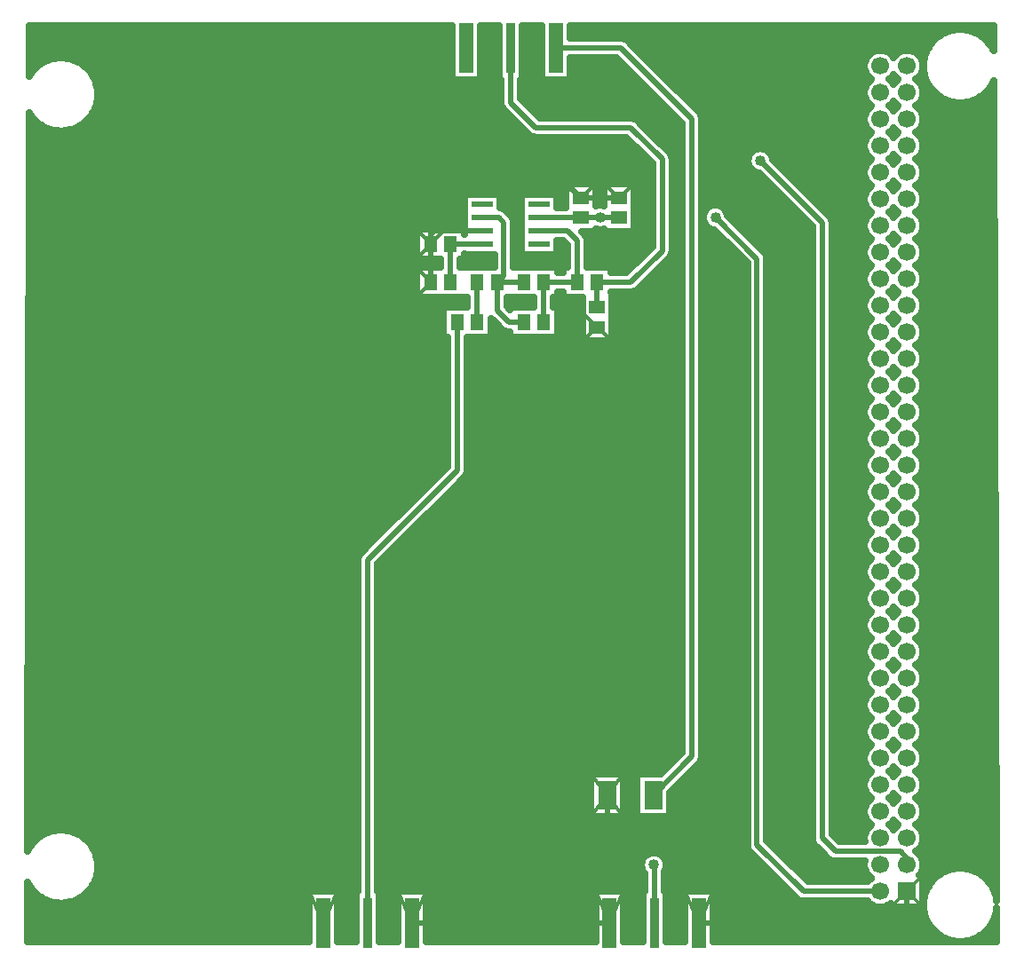
<source format=gbr>
G04 DipTrace 3.3.1.3*
G04 Top.gbr*
%MOIN*%
G04 #@! TF.FileFunction,Copper,L1,Top*
G04 #@! TF.Part,Single*
G04 #@! TA.AperFunction,Conductor*
%ADD12C,0.02*%
G04 #@! TA.AperFunction,CopperBalancing*
%ADD13C,0.025*%
%ADD14C,0.013*%
%ADD15R,0.051181X0.059055*%
%ADD16R,0.059055X0.051181*%
%ADD17R,0.05315X0.185827*%
%ADD18R,0.033858X0.185827*%
G04 #@! TA.AperFunction,ComponentPad*
%ADD19R,0.066929X0.066929*%
%ADD20C,0.066929*%
%ADD21R,0.070866X0.106299*%
%ADD22R,0.07874X0.023622*%
G04 #@! TA.AperFunction,ViaPad*
%ADD23C,0.04*%
%FSLAX26Y26*%
G04*
G70*
G90*
G75*
G01*
G04 Top*
%LPD*%
X2689014Y3176456D2*
D12*
X2545263D1*
X2389259D1*
X2389062Y3176259D1*
X3670214Y645010D2*
X3382713D1*
X3207713Y820010D1*
Y3020008D1*
X3051464Y3176259D1*
X2620214D2*
X2688817D1*
X2689014Y3176456D1*
X2645214Y1007510D2*
Y920008D1*
X2751464Y813759D1*
X3057714D1*
X3132713Y738759D1*
Y576259D1*
X3082714Y526259D1*
X2988964D1*
X2654318D2*
D3*
X2988964D2*
D3*
X1579318D2*
D3*
X1913964D2*
D3*
X2545263Y3251259D2*
X2689014D1*
X1982763Y3076259D2*
Y2932510D1*
Y3076259D2*
Y3113809D1*
X1995213Y3126259D1*
X2176464D1*
X1982763Y3076259D2*
Y3245058D1*
X2020214Y3282510D1*
X2514012D1*
X2545263Y3251259D1*
X2607763Y2763759D2*
D3*
X2545213Y3251259D2*
X2545263D1*
X1913964Y526259D2*
X2654318D1*
X3770214Y645010D2*
Y576259D1*
X3720214Y526259D1*
X3082714D1*
X2607566Y2932510D2*
Y2838759D1*
X2607763Y2838562D1*
X2607566Y2932510D2*
X2732714D1*
X2851464Y3051259D1*
Y3395008D1*
X2732713Y3513759D1*
X2376464D1*
X2282713Y3607510D1*
Y3812331D1*
X2284141Y3813759D1*
X2057566Y2932510D2*
Y3076259D1*
X2176464D1*
X3770214Y745010D2*
Y770008D1*
X3745214Y795008D1*
X3501464D1*
X3451464Y845008D1*
Y3157508D1*
X3220214Y3388759D1*
X2057714Y3082510D2*
Y3076406D1*
X2057566Y3076259D1*
X2157566Y2782510D2*
Y2932313D1*
X2157763Y2932510D1*
X2407566Y2782510D2*
Y2932510D1*
X2532763D1*
X2389062Y3126259D2*
X2495213D1*
X2532713Y3088759D1*
Y2932560D1*
X2451464Y3813759D2*
X2695213D1*
X2963964Y3545008D1*
Y1153031D1*
X2818443Y1007510D1*
X2451464Y3813759D2*
D3*
X2121315D2*
X2116818D1*
X2821641Y526259D2*
Y743582D1*
X2820214Y745008D1*
Y1001259D2*
Y1005739D1*
X2818443Y1007510D1*
X1746641Y526259D2*
Y1890187D1*
X2082713Y2226259D1*
Y2782460D1*
X2082763Y2782510D1*
X2232566Y2932510D2*
X2332763D1*
X2232566D2*
Y2826407D1*
X2276464Y2782510D1*
X2332763D1*
X2176464Y3176259D2*
X2238964D1*
X2257713Y3157510D1*
Y2957657D1*
X2232566Y2932510D1*
D23*
X3051464Y3176259D3*
X2620214D3*
X2654318Y526259D3*
X2988964D3*
X1579318D3*
X1913964D3*
X2607763Y2763759D3*
X2545213Y3251259D3*
X2607763Y2763759D3*
X3220214Y3388759D3*
X2057714Y3082510D3*
X2451464Y3813759D3*
X2121315D3*
X2820214Y745008D3*
Y1001259D3*
X478903Y3870138D2*
D13*
X2061241D1*
X2172385D2*
X2238221D1*
X2330061D2*
X2395896D1*
X2507041D2*
X3910388D1*
X4030039D2*
X4092859D1*
X478867Y3845270D2*
X2061241D1*
X2172385D2*
X2238221D1*
X2330061D2*
X2395896D1*
X2716138D2*
X3873427D1*
X4066999D2*
X4092931D1*
X478796Y3820401D2*
X2061241D1*
X2172385D2*
X2238221D1*
X2330061D2*
X2395896D1*
X2742693D2*
X3852579D1*
X478759Y3795532D2*
X2061241D1*
X2172385D2*
X2238221D1*
X2330061D2*
X2395896D1*
X2767561D2*
X3635407D1*
X3704999D2*
X3735417D1*
X3805008D2*
X3839696D1*
X478724Y3770663D2*
X553423D1*
X637008D2*
X2061241D1*
X2172385D2*
X2238221D1*
X2330061D2*
X2395896D1*
X2507041D2*
X2684190D1*
X2792428D2*
X3613519D1*
X478688Y3745794D2*
X506199D1*
X684233D2*
X2061241D1*
X2172385D2*
X2238221D1*
X2330061D2*
X2395896D1*
X2507041D2*
X2709057D1*
X2817296D2*
X3607741D1*
X708132Y3720926D2*
X2061241D1*
X2172385D2*
X2238221D1*
X2330061D2*
X2395896D1*
X2507041D2*
X2733926D1*
X2842163D2*
X3612801D1*
X722844Y3696057D2*
X2061241D1*
X2172385D2*
X2238221D1*
X2330061D2*
X2395896D1*
X2507041D2*
X2758793D1*
X2867032D2*
X3633075D1*
X3707331D2*
X3733085D1*
X3807340D2*
X3839086D1*
X731456Y3671188D2*
X2243712D1*
X2321700D2*
X2783661D1*
X2891899D2*
X3613770D1*
X3826646D2*
X3851574D1*
X735153Y3646319D2*
X2243712D1*
X2321700D2*
X2808528D1*
X2916767D2*
X3607777D1*
X3832675D2*
X3871776D1*
X4068650D2*
X4093649D1*
X734255Y3621451D2*
X2243712D1*
X2322884D2*
X2833396D1*
X2941634D2*
X3612586D1*
X3827867D2*
X3907087D1*
X4033339D2*
X4093756D1*
X728729Y3596582D2*
X2245398D1*
X2347751D2*
X2858264D1*
X2966503D2*
X3632357D1*
X3708086D2*
X3732367D1*
X3808095D2*
X4093829D1*
X717928Y3571713D2*
X2264381D1*
X2372620D2*
X2883132D1*
X2991371D2*
X3614020D1*
X3826396D2*
X4093936D1*
X478329Y3546844D2*
X490267D1*
X700165D2*
X2289249D1*
X2750624D2*
X2907999D1*
X3002924D2*
X3607777D1*
X3832640D2*
X4094007D1*
X478258Y3521976D2*
X519871D1*
X670561D2*
X2314116D1*
X2778613D2*
X2924973D1*
X3002961D2*
X3612334D1*
X3828082D2*
X4094115D1*
X478221Y3497107D2*
X2338983D1*
X2803481D2*
X2924973D1*
X3002961D2*
X3631640D1*
X3708767D2*
X3731649D1*
X3808776D2*
X4094187D1*
X478186Y3472238D2*
X2720109D1*
X2828348D2*
X2924973D1*
X3002961D2*
X3614272D1*
X3826144D2*
X4094294D1*
X478150Y3447369D2*
X2744977D1*
X2853216D2*
X2924973D1*
X3002961D2*
X3607813D1*
X3832640D2*
X4094367D1*
X478078Y3422501D2*
X2769846D1*
X2878085D2*
X2924973D1*
X3002961D2*
X3185707D1*
X3254725D2*
X3612119D1*
X3828297D2*
X4094474D1*
X478043Y3397632D2*
X2794713D1*
X2890356D2*
X2924973D1*
X3002961D2*
X3172071D1*
X3268360D2*
X3630959D1*
X3709485D2*
X3730968D1*
X3809459D2*
X4094545D1*
X478006Y3372763D2*
X2812476D1*
X2890464D2*
X2924973D1*
X3002961D2*
X3174045D1*
X3290322D2*
X3614558D1*
X3825857D2*
X4094654D1*
X477970Y3347894D2*
X2812476D1*
X2890464D2*
X2924973D1*
X3002961D2*
X3195540D1*
X3315190D2*
X3607813D1*
X3832603D2*
X4094725D1*
X477898Y3323025D2*
X2812476D1*
X2890464D2*
X2924973D1*
X3002961D2*
X3231818D1*
X3340057D2*
X3611939D1*
X3828512D2*
X4094833D1*
X477863Y3298157D2*
X2486718D1*
X2603785D2*
X2630470D1*
X2747537D2*
X2812476D1*
X2890464D2*
X2924973D1*
X3002961D2*
X3256686D1*
X3364924D2*
X3630276D1*
X3710130D2*
X3730285D1*
X3810140D2*
X4094905D1*
X477826Y3273288D2*
X2486718D1*
X2603785D2*
X2630470D1*
X2747537D2*
X2812476D1*
X2890464D2*
X2924973D1*
X3002961D2*
X3281553D1*
X3389792D2*
X3614846D1*
X3825606D2*
X4095012D1*
X477791Y3248419D2*
X2108106D1*
X2244835D2*
X2320683D1*
X2457449D2*
X2486718D1*
X2603785D2*
X2630470D1*
X2747537D2*
X2812476D1*
X2890464D2*
X2924973D1*
X3002961D2*
X3306422D1*
X3414661D2*
X3607848D1*
X3832567D2*
X4095085D1*
X477718Y3223550D2*
X2108106D1*
X2244835D2*
X2320683D1*
X2457449D2*
X2486718D1*
X2603785D2*
X2630470D1*
X2747537D2*
X2812476D1*
X2890464D2*
X2924973D1*
X3002961D2*
X3331289D1*
X3439528D2*
X3611724D1*
X3828692D2*
X4095192D1*
X477683Y3198682D2*
X2108106D1*
X2270672D2*
X2320683D1*
X2747537D2*
X2812476D1*
X2890464D2*
X2924973D1*
X3094717D2*
X3356157D1*
X3464396D2*
X3629630D1*
X3710776D2*
X3729640D1*
X3810785D2*
X4095263D1*
X477648Y3173813D2*
X2108106D1*
X2292885D2*
X2320683D1*
X2747537D2*
X2812476D1*
X2890464D2*
X2924973D1*
X3108029D2*
X3381024D1*
X3486608D2*
X3615133D1*
X3825319D2*
X4095371D1*
X477611Y3148944D2*
X2108106D1*
X2296724D2*
X2320683D1*
X2747537D2*
X2812476D1*
X2890464D2*
X2924973D1*
X3002961D2*
X3011350D1*
X3132898D2*
X3405893D1*
X3490448D2*
X3607885D1*
X3832567D2*
X4095443D1*
X477540Y3124075D2*
X1928182D1*
X2296724D2*
X2320683D1*
X2551502D2*
X2812476D1*
X2890464D2*
X2924973D1*
X3002961D2*
X3049527D1*
X3157766D2*
X3412459D1*
X3490448D2*
X3611508D1*
X3828907D2*
X4095550D1*
X477503Y3099207D2*
X1928182D1*
X2296724D2*
X2320683D1*
X2570197D2*
X2812476D1*
X2890464D2*
X2924973D1*
X3002961D2*
X3074394D1*
X3182633D2*
X3412459D1*
X3490448D2*
X3629020D1*
X3711422D2*
X3729029D1*
X3811432D2*
X4095623D1*
X477468Y3074338D2*
X1928182D1*
X2296724D2*
X2320683D1*
X2457449D2*
X2492999D1*
X2571705D2*
X2812476D1*
X2890464D2*
X2924973D1*
X3002961D2*
X3099262D1*
X3207501D2*
X3412459D1*
X3490448D2*
X3615420D1*
X3825032D2*
X4095730D1*
X477432Y3049469D2*
X1928182D1*
X2296724D2*
X2320683D1*
X2457449D2*
X2493716D1*
X2571705D2*
X2795539D1*
X2890428D2*
X2924973D1*
X3002961D2*
X3124129D1*
X3232368D2*
X3412459D1*
X3490448D2*
X3607920D1*
X3832495D2*
X4095802D1*
X477360Y3024600D2*
X1928182D1*
X2112172D2*
X2218700D1*
X2296724D2*
X2493716D1*
X2571705D2*
X2770671D1*
X2878909D2*
X2924973D1*
X3002961D2*
X3148998D1*
X3246435D2*
X3412459D1*
X3490448D2*
X3611330D1*
X3829087D2*
X4095910D1*
X477325Y2999731D2*
X2018574D1*
X2096562D2*
X2218700D1*
X2296724D2*
X2493716D1*
X2571705D2*
X2745802D1*
X2854041D2*
X2924973D1*
X3002961D2*
X3168697D1*
X3246722D2*
X3412459D1*
X3490448D2*
X3628410D1*
X3712032D2*
X3728384D1*
X3812041D2*
X4095981D1*
X477288Y2974863D2*
X1928182D1*
X2462150D2*
X2478179D1*
X2662169D2*
X2720935D1*
X2829174D2*
X2924973D1*
X3002961D2*
X3168697D1*
X3246722D2*
X3412459D1*
X3490448D2*
X3615707D1*
X3824709D2*
X4096088D1*
X477217Y2949994D2*
X1928182D1*
X2804306D2*
X2924973D1*
X3002961D2*
X3168697D1*
X3246722D2*
X3412459D1*
X3490448D2*
X3607956D1*
X3832460D2*
X4096161D1*
X477180Y2925125D2*
X1928182D1*
X2779439D2*
X2924973D1*
X3002961D2*
X3168697D1*
X3246722D2*
X3412459D1*
X3490448D2*
X3611150D1*
X3829302D2*
X4096268D1*
X477145Y2900256D2*
X1928182D1*
X2752310D2*
X2924973D1*
X3002961D2*
X3168697D1*
X3246722D2*
X3412459D1*
X3490448D2*
X3627800D1*
X3712642D2*
X3727809D1*
X3812616D2*
X4096340D1*
X477109Y2875388D2*
X2118583D1*
X2271570D2*
X2368552D1*
X2446577D2*
X2549229D1*
X2666296D2*
X2924973D1*
X3002961D2*
X3168697D1*
X3246722D2*
X3412459D1*
X3490448D2*
X3616031D1*
X3824422D2*
X4096448D1*
X477037Y2850519D2*
X2118583D1*
X2271570D2*
X2368552D1*
X2446577D2*
X2549229D1*
X2666296D2*
X2924973D1*
X3002961D2*
X3168697D1*
X3246722D2*
X3412459D1*
X3490448D2*
X3607993D1*
X3832424D2*
X4096519D1*
X477002Y2825650D2*
X2028155D1*
X2462150D2*
X2549229D1*
X2666296D2*
X2924973D1*
X3002961D2*
X3168697D1*
X3246722D2*
X3412459D1*
X3490448D2*
X3610970D1*
X3829481D2*
X4096627D1*
X476965Y2800781D2*
X2028155D1*
X2462150D2*
X2549229D1*
X2666296D2*
X2924973D1*
X3002961D2*
X3168697D1*
X3246722D2*
X3412459D1*
X3490448D2*
X3627226D1*
X3713217D2*
X3727235D1*
X3813190D2*
X4096699D1*
X476930Y2775913D2*
X2028155D1*
X2212145D2*
X2228927D1*
X2462150D2*
X2549229D1*
X2666296D2*
X2924973D1*
X3002961D2*
X3168697D1*
X3246722D2*
X3412459D1*
X3490448D2*
X3616317D1*
X3824099D2*
X4096806D1*
X476857Y2751044D2*
X2028155D1*
X2212145D2*
X2255481D1*
X2462150D2*
X2549229D1*
X2666296D2*
X2924973D1*
X3002961D2*
X3168697D1*
X3246722D2*
X3412459D1*
X3490448D2*
X3608064D1*
X3832388D2*
X4096878D1*
X476822Y2726175D2*
X2043729D1*
X2121717D2*
X2549229D1*
X2666296D2*
X2924973D1*
X3002961D2*
X3168697D1*
X3246722D2*
X3412459D1*
X3490448D2*
X3610791D1*
X3829661D2*
X4096986D1*
X476787Y2701306D2*
X2043729D1*
X2121717D2*
X2924973D1*
X3002961D2*
X3168697D1*
X3246722D2*
X3412459D1*
X3490448D2*
X3626651D1*
X3713755D2*
X3726661D1*
X3813764D2*
X4097058D1*
X476750Y2676438D2*
X2043729D1*
X2121717D2*
X2924973D1*
X3002961D2*
X3168697D1*
X3246722D2*
X3412459D1*
X3490448D2*
X3616640D1*
X3823776D2*
X4097166D1*
X476678Y2651569D2*
X2043729D1*
X2121717D2*
X2924973D1*
X3002961D2*
X3168697D1*
X3246722D2*
X3412459D1*
X3490448D2*
X3608100D1*
X3832317D2*
X4097237D1*
X476642Y2626700D2*
X2043729D1*
X2121717D2*
X2924973D1*
X3002961D2*
X3168697D1*
X3246722D2*
X3412459D1*
X3490448D2*
X3610612D1*
X3829805D2*
X4097344D1*
X476607Y2601831D2*
X2043729D1*
X2121717D2*
X2924973D1*
X3002961D2*
X3168697D1*
X3246722D2*
X3412459D1*
X3490448D2*
X3626113D1*
X3714329D2*
X3726087D1*
X3814338D2*
X4097417D1*
X476570Y2576962D2*
X2043729D1*
X2121717D2*
X2924973D1*
X3002961D2*
X3168697D1*
X3246722D2*
X3412459D1*
X3490448D2*
X3616964D1*
X3823453D2*
X4097524D1*
X476499Y2552094D2*
X2043729D1*
X2121717D2*
X2924973D1*
X3002961D2*
X3168697D1*
X3246722D2*
X3412459D1*
X3490448D2*
X3608171D1*
X3832245D2*
X4097596D1*
X476462Y2527225D2*
X2043729D1*
X2121717D2*
X2924973D1*
X3002961D2*
X3168697D1*
X3246722D2*
X3412459D1*
X3490448D2*
X3610432D1*
X3829983D2*
X4097704D1*
X476427Y2502356D2*
X2043729D1*
X2121717D2*
X2924973D1*
X3002961D2*
X3168697D1*
X3246722D2*
X3412459D1*
X3490448D2*
X3625575D1*
X3714867D2*
X3725585D1*
X3814877D2*
X4097775D1*
X476392Y2477487D2*
X2043729D1*
X2121717D2*
X2924973D1*
X3002961D2*
X3168697D1*
X3246722D2*
X3412459D1*
X3490448D2*
X3617322D1*
X3823130D2*
X4097882D1*
X476319Y2452619D2*
X2043729D1*
X2121717D2*
X2924973D1*
X3002961D2*
X3168697D1*
X3246722D2*
X3412459D1*
X3490448D2*
X3608243D1*
X3832209D2*
X4097955D1*
X476284Y2427750D2*
X2043729D1*
X2121717D2*
X2924973D1*
X3002961D2*
X3168697D1*
X3246722D2*
X3412459D1*
X3490448D2*
X3610289D1*
X3830128D2*
X4098062D1*
X476247Y2402881D2*
X2043729D1*
X2121717D2*
X2924973D1*
X3002961D2*
X3168697D1*
X3246722D2*
X3412459D1*
X3490448D2*
X3625037D1*
X3715369D2*
X3725046D1*
X3815378D2*
X4098134D1*
X476212Y2378012D2*
X2043729D1*
X2121717D2*
X2924973D1*
X3002961D2*
X3168697D1*
X3246722D2*
X3412459D1*
X3490448D2*
X3617645D1*
X3822771D2*
X4098242D1*
X476140Y2353144D2*
X2043729D1*
X2121717D2*
X2924973D1*
X3002961D2*
X3168697D1*
X3246722D2*
X3412459D1*
X3490448D2*
X3608315D1*
X3832137D2*
X4098314D1*
X476104Y2328275D2*
X2043729D1*
X2121717D2*
X2924973D1*
X3002961D2*
X3168697D1*
X3246722D2*
X3412459D1*
X3490448D2*
X3610145D1*
X3830306D2*
X4098422D1*
X476069Y2303406D2*
X2043729D1*
X2121717D2*
X2924973D1*
X3002961D2*
X3168697D1*
X3246722D2*
X3412459D1*
X3490448D2*
X3624535D1*
X3715907D2*
X3724553D1*
X3815881D2*
X4098493D1*
X476032Y2278537D2*
X2043729D1*
X2121717D2*
X2924973D1*
X3002961D2*
X3168697D1*
X3246722D2*
X3412459D1*
X3490448D2*
X3618003D1*
X3822413D2*
X4098600D1*
X475961Y2253669D2*
X2043729D1*
X2121717D2*
X2924973D1*
X3002961D2*
X3168697D1*
X3246722D2*
X3412459D1*
X3490448D2*
X3608386D1*
X3832065D2*
X4098672D1*
X475924Y2228800D2*
X2031133D1*
X2121717D2*
X2924973D1*
X3002961D2*
X3168697D1*
X3246722D2*
X3412459D1*
X3490448D2*
X3609965D1*
X3830451D2*
X4098780D1*
X475889Y2203931D2*
X2006266D1*
X2114074D2*
X2924973D1*
X3002961D2*
X3168697D1*
X3246722D2*
X3412459D1*
X3490448D2*
X3624032D1*
X3716410D2*
X3724061D1*
X3816384D2*
X4098852D1*
X475854Y2179062D2*
X1981398D1*
X2089637D2*
X2924973D1*
X3002961D2*
X3168697D1*
X3246722D2*
X3412459D1*
X3490448D2*
X3618363D1*
X3822090D2*
X4098960D1*
X475781Y2154193D2*
X1956531D1*
X2064768D2*
X2924973D1*
X3002961D2*
X3168697D1*
X3246722D2*
X3412459D1*
X3490448D2*
X3608459D1*
X3831957D2*
X4099031D1*
X475746Y2129325D2*
X1931662D1*
X2039901D2*
X2924973D1*
X3002961D2*
X3168697D1*
X3246722D2*
X3412459D1*
X3490448D2*
X3609822D1*
X3830594D2*
X4099138D1*
X475709Y2104456D2*
X1906794D1*
X2015033D2*
X2924973D1*
X3002961D2*
X3168697D1*
X3246722D2*
X3412459D1*
X3490448D2*
X3623529D1*
X3816886D2*
X4099210D1*
X475674Y2079587D2*
X1881927D1*
X1990166D2*
X2924973D1*
X3002961D2*
X3168697D1*
X3246722D2*
X3412459D1*
X3490448D2*
X3618721D1*
X3821695D2*
X4099318D1*
X475602Y2054718D2*
X1857060D1*
X1965298D2*
X2924973D1*
X3002961D2*
X3168697D1*
X3246722D2*
X3412459D1*
X3490448D2*
X3608531D1*
X3831885D2*
X4099390D1*
X475566Y2029850D2*
X1832191D1*
X1940430D2*
X2924973D1*
X3002961D2*
X3168697D1*
X3246722D2*
X3412459D1*
X3490448D2*
X3609714D1*
X3830737D2*
X4099498D1*
X475529Y2004981D2*
X1807323D1*
X1915562D2*
X2924973D1*
X3002961D2*
X3168697D1*
X3246722D2*
X3412459D1*
X3490448D2*
X3623064D1*
X3817352D2*
X4099570D1*
X475494Y1980112D2*
X1782456D1*
X1890695D2*
X2924973D1*
X3002961D2*
X3168697D1*
X3246722D2*
X3412459D1*
X3490448D2*
X3619081D1*
X3821335D2*
X4099678D1*
X475422Y1955243D2*
X1757588D1*
X1865827D2*
X2924973D1*
X3002961D2*
X3168697D1*
X3246722D2*
X3412459D1*
X3490448D2*
X3608638D1*
X3831814D2*
X4099749D1*
X475386Y1930375D2*
X1732721D1*
X1840960D2*
X2924973D1*
X3002961D2*
X3168697D1*
X3246722D2*
X3412459D1*
X3490448D2*
X3609571D1*
X3830881D2*
X4099856D1*
X475351Y1905506D2*
X1711011D1*
X1816091D2*
X2924973D1*
X3002961D2*
X3168697D1*
X3246722D2*
X3412459D1*
X3490448D2*
X3622596D1*
X3817819D2*
X4099928D1*
X475314Y1880637D2*
X1707637D1*
X1791224D2*
X2924973D1*
X3002961D2*
X3168697D1*
X3246722D2*
X3412459D1*
X3490448D2*
X3619476D1*
X3820941D2*
X4100036D1*
X475243Y1855768D2*
X1707637D1*
X1785625D2*
X2924973D1*
X3002961D2*
X3168697D1*
X3246722D2*
X3412459D1*
X3490448D2*
X3608709D1*
X3831707D2*
X4100108D1*
X475207Y1830899D2*
X1707637D1*
X1785625D2*
X2924973D1*
X3002961D2*
X3168697D1*
X3246722D2*
X3412459D1*
X3490448D2*
X3609427D1*
X3830989D2*
X4100216D1*
X475171Y1806031D2*
X1707637D1*
X1785625D2*
X2924973D1*
X3002961D2*
X3168697D1*
X3246722D2*
X3412459D1*
X3490448D2*
X3622130D1*
X3818285D2*
X4100287D1*
X475136Y1781162D2*
X1707637D1*
X1785625D2*
X2924973D1*
X3002961D2*
X3168697D1*
X3246722D2*
X3412459D1*
X3490448D2*
X3619869D1*
X3820546D2*
X4100396D1*
X475064Y1756293D2*
X1707637D1*
X1785625D2*
X2924973D1*
X3002961D2*
X3168697D1*
X3246722D2*
X3412459D1*
X3490448D2*
X3608817D1*
X3831599D2*
X4100466D1*
X475028Y1731424D2*
X1707637D1*
X1785625D2*
X2924973D1*
X3002961D2*
X3168697D1*
X3246722D2*
X3412459D1*
X3490448D2*
X3609319D1*
X3831132D2*
X4100574D1*
X474991Y1706556D2*
X1707637D1*
X1785625D2*
X2924973D1*
X3002961D2*
X3168697D1*
X3246722D2*
X3412459D1*
X3490448D2*
X3621700D1*
X3818716D2*
X4100646D1*
X474956Y1681687D2*
X1707637D1*
X1785625D2*
X2924973D1*
X3002961D2*
X3168697D1*
X3246722D2*
X3412459D1*
X3490448D2*
X3620264D1*
X3820151D2*
X4100754D1*
X474884Y1656818D2*
X1707637D1*
X1785625D2*
X2924973D1*
X3002961D2*
X3168697D1*
X3246722D2*
X3412459D1*
X3490448D2*
X3608926D1*
X3831491D2*
X4100826D1*
X474848Y1631949D2*
X1707637D1*
X1785625D2*
X2924973D1*
X3002961D2*
X3168697D1*
X3246722D2*
X3412459D1*
X3490448D2*
X3609176D1*
X3831239D2*
X4100934D1*
X474813Y1607081D2*
X1707637D1*
X1785625D2*
X2924973D1*
X3002961D2*
X3168697D1*
X3246722D2*
X3412459D1*
X3490448D2*
X3621270D1*
X3819146D2*
X4101004D1*
X474776Y1582212D2*
X1707637D1*
X1785625D2*
X2924973D1*
X3002961D2*
X3168697D1*
X3246722D2*
X3412459D1*
X3490448D2*
X3620695D1*
X3819756D2*
X4101112D1*
X474705Y1557343D2*
X1707637D1*
X1785625D2*
X2924973D1*
X3002961D2*
X3168697D1*
X3246722D2*
X3412459D1*
X3490448D2*
X3609033D1*
X3831384D2*
X4101184D1*
X474669Y1532474D2*
X1707637D1*
X1785625D2*
X2924973D1*
X3002961D2*
X3168697D1*
X3246722D2*
X3412459D1*
X3490448D2*
X3609069D1*
X3831347D2*
X4101292D1*
X474633Y1507606D2*
X1707637D1*
X1785625D2*
X2924973D1*
X3002961D2*
X3168697D1*
X3246722D2*
X3412459D1*
X3490448D2*
X3620839D1*
X3819578D2*
X4101364D1*
X474598Y1482737D2*
X1707637D1*
X1785625D2*
X2924973D1*
X3002961D2*
X3168697D1*
X3246722D2*
X3412459D1*
X3490448D2*
X3621090D1*
X3819326D2*
X4101472D1*
X474525Y1457868D2*
X1707637D1*
X1785625D2*
X2924973D1*
X3002961D2*
X3168697D1*
X3246722D2*
X3412459D1*
X3490448D2*
X3609141D1*
X3831276D2*
X4101544D1*
X474490Y1432999D2*
X1707637D1*
X1785625D2*
X2924973D1*
X3002961D2*
X3168697D1*
X3246722D2*
X3412459D1*
X3490448D2*
X3608961D1*
X3831455D2*
X4101651D1*
X474453Y1408130D2*
X1707637D1*
X1785625D2*
X2924973D1*
X3002961D2*
X3168697D1*
X3246722D2*
X3412459D1*
X3490448D2*
X3620444D1*
X3820008D2*
X4101722D1*
X474418Y1383262D2*
X1707637D1*
X1785625D2*
X2924973D1*
X3002961D2*
X3168697D1*
X3246722D2*
X3412459D1*
X3490448D2*
X3621520D1*
X3818896D2*
X4101830D1*
X474346Y1358393D2*
X1707637D1*
X1785625D2*
X2924973D1*
X3002961D2*
X3168697D1*
X3246722D2*
X3412459D1*
X3490448D2*
X3609249D1*
X3831169D2*
X4101902D1*
X474310Y1333524D2*
X1707637D1*
X1785625D2*
X2924973D1*
X3002961D2*
X3168697D1*
X3246722D2*
X3412459D1*
X3490448D2*
X3608854D1*
X3831562D2*
X4102010D1*
X474273Y1308655D2*
X1707637D1*
X1785625D2*
X2924973D1*
X3002961D2*
X3168697D1*
X3246722D2*
X3412459D1*
X3490448D2*
X3620014D1*
X3820402D2*
X4102082D1*
X474238Y1283787D2*
X1707637D1*
X1785625D2*
X2924973D1*
X3002961D2*
X3168697D1*
X3246722D2*
X3412459D1*
X3490448D2*
X3621987D1*
X3818465D2*
X4102190D1*
X474166Y1258918D2*
X1707637D1*
X1785625D2*
X2924973D1*
X3002961D2*
X3168697D1*
X3246722D2*
X3412459D1*
X3490448D2*
X3609392D1*
X3831061D2*
X4102260D1*
X474130Y1234049D2*
X1707637D1*
X1785625D2*
X2924973D1*
X3002961D2*
X3168697D1*
X3246722D2*
X3412459D1*
X3490448D2*
X3608746D1*
X3831670D2*
X4102368D1*
X474095Y1209180D2*
X1707637D1*
X1785625D2*
X2924973D1*
X3002961D2*
X3168697D1*
X3246722D2*
X3412459D1*
X3490448D2*
X3619619D1*
X3820797D2*
X4102440D1*
X474058Y1184312D2*
X1707637D1*
X1785625D2*
X2924973D1*
X3002961D2*
X3168697D1*
X3246722D2*
X3412459D1*
X3490448D2*
X3622418D1*
X3817998D2*
X4102548D1*
X473987Y1159443D2*
X1707637D1*
X1785625D2*
X2916252D1*
X3002961D2*
X3168697D1*
X3246722D2*
X3412459D1*
X3490448D2*
X3609499D1*
X3830917D2*
X4102620D1*
X473951Y1134574D2*
X1707637D1*
X1785625D2*
X2891385D1*
X2997938D2*
X3168697D1*
X3246722D2*
X3412459D1*
X3490448D2*
X3608674D1*
X3831777D2*
X4102728D1*
X473915Y1109705D2*
X1707637D1*
X1785625D2*
X2866518D1*
X2974756D2*
X3168697D1*
X3246722D2*
X3412459D1*
X3490448D2*
X3619260D1*
X3821192D2*
X4102800D1*
X473880Y1084836D2*
X1707637D1*
X1785625D2*
X2580771D1*
X2709644D2*
X2754020D1*
X2949888D2*
X3168697D1*
X3246722D2*
X3412459D1*
X3490448D2*
X3622884D1*
X3817532D2*
X4102907D1*
X473808Y1059968D2*
X1707637D1*
X1785625D2*
X2580771D1*
X2709644D2*
X2754020D1*
X2925020D2*
X3168697D1*
X3246722D2*
X3412459D1*
X3490448D2*
X3609642D1*
X3830773D2*
X4102978D1*
X473772Y1035099D2*
X1707637D1*
X1785625D2*
X2580771D1*
X2709644D2*
X2754020D1*
X2900153D2*
X3168697D1*
X3246722D2*
X3412459D1*
X3490448D2*
X3608566D1*
X3831850D2*
X4103086D1*
X473735Y1010230D2*
X1707637D1*
X1785625D2*
X2580771D1*
X2709644D2*
X2754020D1*
X2882893D2*
X3168697D1*
X3246722D2*
X3412459D1*
X3490448D2*
X3618865D1*
X3821550D2*
X4103158D1*
X473700Y985361D2*
X1707637D1*
X1785625D2*
X2580771D1*
X2709644D2*
X2754020D1*
X2882893D2*
X3168697D1*
X3246722D2*
X3412459D1*
X3490448D2*
X3623351D1*
X3817065D2*
X4103266D1*
X473628Y960493D2*
X1707637D1*
X1785625D2*
X2580771D1*
X2709644D2*
X2754020D1*
X2882893D2*
X3168697D1*
X3246722D2*
X3412459D1*
X3490448D2*
X3609787D1*
X3830629D2*
X4103338D1*
X473592Y935624D2*
X1707637D1*
X1785625D2*
X2580771D1*
X2709644D2*
X2754020D1*
X2882893D2*
X3168697D1*
X3246722D2*
X3412459D1*
X3490448D2*
X3608494D1*
X3831957D2*
X4103445D1*
X473557Y910755D2*
X1707637D1*
X1785625D2*
X3168697D1*
X3246722D2*
X3412459D1*
X3490448D2*
X3618506D1*
X3821945D2*
X4103516D1*
X473520Y885886D2*
X1707637D1*
X1785625D2*
X3168697D1*
X3246722D2*
X3412459D1*
X3490448D2*
X3623854D1*
X3816599D2*
X4103624D1*
X473449Y861018D2*
X529524D1*
X660907D2*
X1707637D1*
X1785625D2*
X3168697D1*
X3246722D2*
X3412459D1*
X3490448D2*
X3609930D1*
X3830486D2*
X4103696D1*
X473413Y836149D2*
X495469D1*
X694962D2*
X1707637D1*
X1785625D2*
X3168697D1*
X3246722D2*
X3413571D1*
X3514455D2*
X3608423D1*
X3832029D2*
X4103804D1*
X714699Y811280D2*
X1707637D1*
X1785625D2*
X3169775D1*
X3270549D2*
X3431083D1*
X3822305D2*
X4103876D1*
X726827Y786411D2*
X1707637D1*
X1785625D2*
X2796543D1*
X2843886D2*
X3187178D1*
X3295417D2*
X3455951D1*
X3816096D2*
X4103983D1*
X733430Y761543D2*
X1707637D1*
X1785625D2*
X2774259D1*
X2866170D2*
X3212046D1*
X3320285D2*
X3484407D1*
X3830343D2*
X4104056D1*
X735331Y736674D2*
X1707637D1*
X1785625D2*
X2771962D1*
X2868466D2*
X3236914D1*
X3345153D2*
X3608315D1*
X3832102D2*
X4104163D1*
X732676Y711805D2*
X1707637D1*
X1785625D2*
X2782655D1*
X2860645D2*
X3261781D1*
X3370020D2*
X3617788D1*
X3822663D2*
X3894922D1*
X4045504D2*
X4104234D1*
X725212Y686936D2*
X1707637D1*
X1785625D2*
X2782655D1*
X2860645D2*
X3286686D1*
X3394888D2*
X3624857D1*
X3832675D2*
X3865281D1*
X4075145D2*
X4104342D1*
X712007Y662067D2*
X1707637D1*
X1785625D2*
X2782655D1*
X2860645D2*
X3311553D1*
X3832675D2*
X3847519D1*
X4092907D2*
X4104443D1*
X473054Y637199D2*
X499812D1*
X690585D2*
X1523731D1*
X1634876D2*
X1700712D1*
X1792587D2*
X1858386D1*
X1969532D2*
X2598750D1*
X2709894D2*
X2775695D1*
X2867570D2*
X2933405D1*
X3044550D2*
X3336420D1*
X473018Y612330D2*
X538315D1*
X652116D2*
X1523731D1*
X1634876D2*
X1700712D1*
X1792587D2*
X1858386D1*
X1969532D2*
X2598750D1*
X2709894D2*
X2775695D1*
X2867570D2*
X2933405D1*
X3044550D2*
X3363944D1*
X472982Y587461D2*
X1523731D1*
X1634876D2*
X1700712D1*
X1792587D2*
X1858386D1*
X1969532D2*
X2598750D1*
X2709894D2*
X2775695D1*
X2867570D2*
X2933405D1*
X3044550D2*
X3650873D1*
X3689569D2*
X3707750D1*
X472910Y562592D2*
X1523731D1*
X1634876D2*
X1700712D1*
X1792587D2*
X1858386D1*
X1969532D2*
X2598750D1*
X2709894D2*
X2775695D1*
X2867570D2*
X2933405D1*
X3044550D2*
X3833955D1*
X472875Y537724D2*
X1523731D1*
X1634876D2*
X1700712D1*
X1792587D2*
X1858386D1*
X1969532D2*
X2598750D1*
X2709894D2*
X2775695D1*
X2867570D2*
X2933405D1*
X3044550D2*
X3842567D1*
X472839Y512855D2*
X1523731D1*
X1634876D2*
X1700712D1*
X1792587D2*
X1858386D1*
X1969532D2*
X2598750D1*
X2709894D2*
X2775695D1*
X2867570D2*
X2933405D1*
X3044550D2*
X3857280D1*
X4083146D2*
X4104952D1*
X472802Y487986D2*
X1523731D1*
X1634876D2*
X1700712D1*
X1792587D2*
X1858386D1*
X1969532D2*
X2598750D1*
X2709894D2*
X2775695D1*
X2867570D2*
X2933405D1*
X3044550D2*
X3881179D1*
X4059247D2*
X4105060D1*
X472731Y463117D2*
X1523731D1*
X1634876D2*
X1700712D1*
X1792587D2*
X1858386D1*
X1969532D2*
X2598750D1*
X2709894D2*
X2775695D1*
X2867570D2*
X2933405D1*
X3044550D2*
X3928367D1*
X4012060D2*
X4105132D1*
X2039859Y2838537D2*
X2121065D1*
X2121066Y2876490D1*
X1930672Y2876482D1*
Y2988537D1*
X2021065D1*
X2021066Y3020246D1*
X1930672Y3020231D1*
Y3132287D1*
X2109657D1*
Y3112730D1*
X2110594Y3113670D1*
Y3264570D1*
X2242334D1*
Y3212596D1*
X2247485Y3211751D1*
X2252932Y3209981D1*
X2258035Y3207381D1*
X2262669Y3204014D1*
X2283523Y3183319D1*
X2287242Y3178964D1*
X2290235Y3174081D1*
X2292427Y3168789D1*
X2293764Y3163220D1*
X2294213Y3157510D1*
Y2988531D1*
X2459657Y2988537D1*
Y2968981D1*
X2480662Y2969010D1*
X2480672Y2988537D1*
X2496210D1*
X2496213Y3073620D1*
X2480083Y3089770D1*
X2454915Y3089759D1*
X2454932Y3037948D1*
X2323192D1*
Y3264570D1*
X2454932D1*
Y3212932D1*
X2489268Y3212956D1*
X2489235Y3303350D1*
X2601291D1*
Y3218750D1*
X2609359Y3221474D1*
X2616566Y3222616D1*
X2623863D1*
X2631070Y3221474D1*
X2632978Y3220936D1*
X2632986Y3303350D1*
X2745041D1*
Y3124365D1*
X2632986D1*
Y3131578D1*
X2627489Y3130331D1*
X2620214Y3129759D1*
X2612940Y3130331D1*
X2605846Y3132035D1*
X2601293Y3133818D1*
X2601291Y3124365D1*
X2548721D1*
X2560468Y3112464D1*
X2563835Y3107830D1*
X2566435Y3102728D1*
X2568205Y3097280D1*
X2569100Y3091623D1*
X2569213Y3042827D1*
Y2988535D1*
X2659657Y2988537D1*
Y2968981D1*
X2717623Y2969010D1*
X2814973Y3066386D1*
X2814964Y3379922D1*
X2717587Y3477267D1*
X2373600Y3477372D1*
X2367943Y3478267D1*
X2362495Y3480037D1*
X2357393Y3482637D1*
X2352759Y3486004D1*
X2318175Y3520428D1*
X2254959Y3583805D1*
X2251591Y3588439D1*
X2248991Y3593541D1*
X2247221Y3598989D1*
X2246326Y3604646D1*
X2246213Y3653441D1*
Y3694314D1*
X2240712Y3694346D1*
Y3894974D1*
X2169859Y3895007D1*
X2169893Y3694346D1*
X2063743D1*
Y3894974D1*
X476413Y3895007D1*
X476102Y3707717D1*
X481327Y3716039D1*
X486735Y3723462D1*
X492627Y3730508D1*
X498974Y3737146D1*
X505750Y3743347D1*
X512926Y3749081D1*
X520466Y3754323D1*
X528340Y3759052D1*
X536512Y3763243D1*
X544945Y3766882D1*
X553603Y3769949D1*
X562445Y3772432D1*
X571435Y3774321D1*
X580529Y3775604D1*
X589688Y3776279D1*
X598873Y3776342D1*
X608041Y3775792D1*
X617153Y3774630D1*
X626166Y3772865D1*
X635041Y3770502D1*
X643739Y3767552D1*
X652221Y3764029D1*
X660449Y3759948D1*
X668386Y3755327D1*
X675999Y3750187D1*
X683251Y3744552D1*
X690111Y3738444D1*
X696548Y3731893D1*
X702535Y3724927D1*
X708043Y3717577D1*
X713048Y3709876D1*
X717528Y3701859D1*
X721465Y3693561D1*
X724839Y3685018D1*
X727636Y3676270D1*
X729843Y3667354D1*
X731449Y3658310D1*
X732451Y3649180D1*
X732846Y3638759D1*
X732539Y3629579D1*
X731621Y3620441D1*
X730096Y3611384D1*
X727969Y3602448D1*
X725252Y3593675D1*
X721956Y3585103D1*
X718095Y3576768D1*
X713687Y3568710D1*
X708751Y3560965D1*
X703309Y3553566D1*
X697386Y3546546D1*
X691008Y3539938D1*
X684204Y3533768D1*
X677003Y3528066D1*
X669439Y3522857D1*
X661544Y3518166D1*
X653352Y3514010D1*
X644902Y3510410D1*
X636231Y3507382D1*
X627378Y3504939D1*
X618381Y3503091D1*
X609281Y3501848D1*
X600117Y3501216D1*
X590934Y3501195D1*
X581768Y3501787D1*
X572662Y3502989D1*
X563657Y3504794D1*
X554792Y3507197D1*
X546107Y3510187D1*
X537641Y3513749D1*
X529432Y3517867D1*
X521515Y3522523D1*
X513927Y3527697D1*
X506700Y3533367D1*
X499868Y3539504D1*
X493461Y3546085D1*
X487506Y3553078D1*
X482031Y3560452D1*
X475863Y3570342D1*
X470850Y797730D1*
X476427Y808271D1*
X481327Y816039D1*
X486735Y823462D1*
X492627Y830508D1*
X498974Y837146D1*
X505750Y843347D1*
X512926Y849081D1*
X520466Y854323D1*
X528340Y859052D1*
X536512Y863243D1*
X544945Y866882D1*
X553603Y869949D1*
X562445Y872432D1*
X571435Y874321D1*
X580529Y875604D1*
X589688Y876279D1*
X598873Y876342D1*
X608041Y875792D1*
X617153Y874630D1*
X626166Y872865D1*
X635041Y870502D1*
X643739Y867552D1*
X652221Y864029D1*
X660449Y859948D1*
X668386Y855327D1*
X675999Y850187D1*
X683251Y844552D1*
X690111Y838444D1*
X696548Y831893D1*
X702535Y824927D1*
X708043Y817577D1*
X713048Y809876D1*
X717528Y801859D1*
X721465Y793561D1*
X724839Y785018D1*
X727636Y776270D1*
X729843Y767354D1*
X731449Y758310D1*
X732451Y749180D1*
X732846Y738759D1*
X732539Y729579D1*
X731621Y720441D1*
X730096Y711384D1*
X727969Y702448D1*
X725252Y693675D1*
X721956Y685103D1*
X718095Y676768D1*
X713687Y668710D1*
X708751Y660965D1*
X703309Y653566D1*
X697386Y646546D1*
X691008Y639938D1*
X684204Y633768D1*
X677003Y628066D1*
X669439Y622857D1*
X661544Y618166D1*
X653352Y614010D1*
X644902Y610410D1*
X636231Y607382D1*
X627378Y604939D1*
X618381Y603091D1*
X609281Y601848D1*
X600117Y601216D1*
X590934Y601195D1*
X581768Y601787D1*
X572662Y602989D1*
X563657Y604794D1*
X554792Y607197D1*
X546107Y610187D1*
X537641Y613749D1*
X529432Y617867D1*
X521515Y622523D1*
X513927Y627697D1*
X506700Y633367D1*
X499868Y639504D1*
X493461Y646085D1*
X487506Y653078D1*
X482031Y660452D1*
X477061Y668176D1*
X470651Y680403D1*
X470235Y457477D1*
X1526237Y457510D1*
X1526243Y645672D1*
X1632393D1*
Y457503D1*
X1703217Y457510D1*
X1703212Y645672D1*
X1710141Y645682D1*
X1710254Y1893050D1*
X1711149Y1898708D1*
X1712919Y1904155D1*
X1715520Y1909258D1*
X1718886Y1913892D1*
X1753310Y1948476D1*
X2046201Y2241367D1*
X2046213Y2726449D1*
X2030672Y2726482D1*
Y2838537D1*
X2039859D1*
X2209657Y2797665D2*
Y2726482D1*
X2119192D1*
X2119100Y2223396D1*
X2118205Y2217738D1*
X2116435Y2212291D1*
X2113835Y2207188D1*
X2110468Y2202554D1*
X2076044Y2167970D1*
X1783153Y1875079D1*
X1783141Y645687D1*
X1790070Y645672D1*
Y457532D1*
X1860893Y457510D1*
X1860889Y645672D1*
X1967039D1*
Y457503D1*
X2601255Y457510D1*
X2601243Y645672D1*
X2707393D1*
Y457503D1*
X2778235Y457510D1*
X2778212Y645672D1*
X2785141Y645682D1*
Y714472D1*
X2780566Y720713D1*
X2777254Y727214D1*
X2774999Y734154D1*
X2773857Y741360D1*
Y748658D1*
X2774999Y755864D1*
X2777254Y762804D1*
X2780566Y769305D1*
X2784855Y775208D1*
X2790015Y780368D1*
X2795918Y784657D1*
X2802419Y787969D1*
X2809359Y790224D1*
X2816565Y791365D1*
X2823863D1*
X2831069Y790224D1*
X2838008Y787969D1*
X2844510Y784657D1*
X2850413Y780368D1*
X2855573Y775208D1*
X2859861Y769305D1*
X2863174Y762804D1*
X2865428Y755864D1*
X2866570Y748658D1*
Y741360D1*
X2865428Y734154D1*
X2863174Y727214D1*
X2859861Y720713D1*
X2858142Y718140D1*
X2858141Y645654D1*
X2865070Y645672D1*
Y457532D1*
X2935911Y457510D1*
X2935889Y645672D1*
X3042039D1*
Y457503D1*
X3964208Y457510D1*
X3956768Y458036D1*
X3947662Y459238D1*
X3938657Y461044D1*
X3929792Y463447D1*
X3921107Y466436D1*
X3912641Y469998D1*
X3904432Y474116D1*
X3896515Y478772D1*
X3888927Y483947D1*
X3881700Y489616D1*
X3874868Y495754D1*
X3868461Y502334D1*
X3862506Y509327D1*
X3857031Y516701D1*
X3852061Y524426D1*
X3847616Y532462D1*
X3843717Y540779D1*
X3840382Y549336D1*
X3837625Y558098D1*
X3835459Y567023D1*
X3833892Y576073D1*
X3832932Y585208D1*
X3832585Y594385D1*
X3832850Y603566D1*
X3833726Y612709D1*
X3835210Y621773D1*
X3837296Y630718D1*
X3839974Y639503D1*
X3843231Y648091D1*
X3847054Y656441D1*
X3851427Y664520D1*
X3856327Y672288D1*
X3861735Y679712D1*
X3867627Y686758D1*
X3873974Y693396D1*
X3880750Y699596D1*
X3887926Y705330D1*
X3895466Y710573D1*
X3903340Y715301D1*
X3911512Y719493D1*
X3919945Y723132D1*
X3928603Y726199D1*
X3937445Y728682D1*
X3946435Y730570D1*
X3955529Y731854D1*
X3964688Y732528D1*
X3973873Y732591D1*
X3983041Y732041D1*
X3992153Y730880D1*
X4001166Y729115D1*
X4010041Y726751D1*
X4018739Y723801D1*
X4027221Y720279D1*
X4035449Y716197D1*
X4043386Y711577D1*
X4050999Y706436D1*
X4058251Y700801D1*
X4065111Y694693D1*
X4071548Y688142D1*
X4077535Y681176D1*
X4083043Y673826D1*
X4088048Y666125D1*
X4092528Y658108D1*
X4096465Y649810D1*
X4099839Y641267D1*
X4102636Y632519D1*
X4104843Y623603D1*
X4106449Y614560D1*
X4107127Y608390D1*
X4096002Y3689125D1*
X4088687Y3674961D1*
X4083751Y3667216D1*
X4078309Y3659817D1*
X4072386Y3652797D1*
X4066008Y3646188D1*
X4059204Y3640019D1*
X4052003Y3634317D1*
X4044439Y3629108D1*
X4036544Y3624417D1*
X4028352Y3620260D1*
X4019902Y3616661D1*
X4011231Y3613633D1*
X4002378Y3611190D1*
X3993381Y3609342D1*
X3984281Y3608099D1*
X3975117Y3607466D1*
X3965934Y3607445D1*
X3956768Y3608037D1*
X3947662Y3609239D1*
X3938657Y3611045D1*
X3929792Y3613448D1*
X3921107Y3616438D1*
X3912641Y3619999D1*
X3904432Y3624117D1*
X3896515Y3628773D1*
X3888927Y3633948D1*
X3881700Y3639617D1*
X3874868Y3645755D1*
X3868461Y3652335D1*
X3862506Y3659329D1*
X3857031Y3666703D1*
X3852061Y3674427D1*
X3847616Y3682464D1*
X3843717Y3690780D1*
X3840382Y3699338D1*
X3837625Y3708099D1*
X3835459Y3717024D1*
X3833892Y3726074D1*
X3832932Y3735209D1*
X3832585Y3744386D1*
X3832850Y3753567D1*
X3833726Y3762710D1*
X3835210Y3771775D1*
X3837296Y3780720D1*
X3839974Y3789504D1*
X3843231Y3798092D1*
X3847054Y3806443D1*
X3851427Y3814522D1*
X3856327Y3822289D1*
X3861735Y3829713D1*
X3867627Y3836759D1*
X3873974Y3843397D1*
X3880750Y3849598D1*
X3887926Y3855331D1*
X3895466Y3860574D1*
X3903340Y3865302D1*
X3911512Y3869494D1*
X3919945Y3873133D1*
X3928603Y3876200D1*
X3937445Y3878683D1*
X3946435Y3880571D1*
X3955529Y3881855D1*
X3964688Y3882529D1*
X3973873Y3882592D1*
X3983041Y3882043D1*
X3992153Y3880881D1*
X4001166Y3879116D1*
X4010041Y3876752D1*
X4018739Y3873802D1*
X4027221Y3870280D1*
X4035449Y3866199D1*
X4043386Y3861578D1*
X4050999Y3856438D1*
X4058251Y3850802D1*
X4065111Y3844695D1*
X4071548Y3838144D1*
X4077535Y3831178D1*
X4083043Y3823827D1*
X4088048Y3816127D1*
X4092528Y3808109D1*
X4095588Y3801659D1*
X4095258Y3895027D1*
X2504515Y3895007D1*
X2504539Y3850243D1*
X2698077Y3850146D1*
X2703734Y3849251D1*
X2709182Y3847481D1*
X2714284Y3844881D1*
X2718918Y3841514D1*
X2753502Y3807090D1*
X2991718Y3568713D1*
X2995086Y3564079D1*
X2997686Y3558977D1*
X2999456Y3553529D1*
X3000351Y3547872D1*
X3000464Y3499077D1*
X3000351Y1150167D1*
X2999456Y1144510D1*
X2997686Y1139062D1*
X2995086Y1133960D1*
X2991718Y1129326D1*
X2957294Y1094742D1*
X2880386Y1017834D1*
X2880376Y927860D1*
X2756510D1*
Y1087159D1*
X2846472D1*
X2927445Y1168130D1*
X2927464Y3529892D1*
X2680075Y3777277D1*
X2504561Y3777259D1*
X2504539Y3694346D1*
X2398389D1*
Y3894974D1*
X2327535Y3895007D1*
X2327570Y3694346D1*
X2319209D1*
X2319213Y3622612D1*
X2391571Y3550271D1*
X2735577Y3550146D1*
X2741234Y3549251D1*
X2746682Y3547481D1*
X2751784Y3544881D1*
X2756418Y3541514D1*
X2791002Y3507090D1*
X2879218Y3418713D1*
X2882586Y3414079D1*
X2885186Y3408977D1*
X2886956Y3403529D1*
X2887851Y3397872D1*
X2887964Y3349077D1*
X2887851Y3048396D1*
X2886956Y3042738D1*
X2885186Y3037291D1*
X2882586Y3032188D1*
X2879218Y3027554D1*
X2844794Y2992970D1*
X2756419Y2904755D1*
X2751785Y2901388D1*
X2746683Y2898788D1*
X2741235Y2897018D1*
X2735578Y2896123D1*
X2686783Y2896010D1*
X2659690D1*
X2661972Y2890653D1*
X2663791D1*
Y2711669D1*
X2551735D1*
Y2876504D1*
X2480672Y2876482D1*
Y2896039D1*
X2459667Y2896010D1*
X2459657Y2876482D1*
X2444048D1*
X2444066Y2838529D1*
X2459657Y2838537D1*
Y2726482D1*
X2280672D1*
Y2746039D1*
X2273600Y2746123D1*
X2267943Y2747018D1*
X2262495Y2748788D1*
X2257393Y2751388D1*
X2252759Y2754755D1*
X2218175Y2789179D1*
X2209661Y2797693D1*
X2289859Y2838537D2*
X2371065D1*
X2371066Y2876490D1*
X2269048Y2876482D1*
X2269066Y2841544D1*
X2280679Y2829913D1*
X2280672Y2838537D1*
X2289859D1*
X2109657Y3039741D2*
Y3020231D1*
X2094048D1*
X2094066Y2988523D1*
X2221204Y2988537D1*
X2221213Y3037930D1*
X2110594Y3037948D1*
Y3039777D1*
X4107213Y582581D2*
X4106621Y576691D1*
X4105096Y567633D1*
X4102969Y558697D1*
X4100252Y549924D1*
X4096956Y541352D1*
X4093095Y533018D1*
X4088687Y524960D1*
X4083751Y517214D1*
X4078309Y509815D1*
X4072386Y502796D1*
X4066008Y496187D1*
X4059204Y490018D1*
X4052003Y484315D1*
X4044439Y479107D1*
X4036544Y474415D1*
X4028352Y470259D1*
X4019902Y466659D1*
X4011231Y463632D1*
X4002378Y461188D1*
X3993381Y459340D1*
X3984281Y458098D1*
X3975798Y457511D1*
X4107674Y457510D1*
X4107218Y581861D1*
X3814852Y704974D2*
X3830179D1*
Y585045D1*
X3710250D1*
Y600368D1*
X3705461Y596498D1*
X3697438Y591581D1*
X3688745Y587980D1*
X3679595Y585784D1*
X3670214Y585045D1*
X3660834Y585784D1*
X3651684Y587980D1*
X3642991Y591581D1*
X3634968Y596498D1*
X3627813Y602608D1*
X3622692Y608507D1*
X3379850Y608623D1*
X3374192Y609518D1*
X3368745Y611288D1*
X3363642Y613889D1*
X3359008Y617255D1*
X3324424Y651679D1*
X3179959Y796305D1*
X3176591Y800939D1*
X3173991Y806041D1*
X3172221Y811489D1*
X3171326Y817146D1*
X3171213Y865941D1*
Y3004890D1*
X3046027Y3130077D1*
X3040608Y3131044D1*
X3033669Y3133298D1*
X3027167Y3136611D1*
X3021264Y3140901D1*
X3016106Y3146060D1*
X3011815Y3151962D1*
X3008503Y3158464D1*
X3006249Y3165403D1*
X3005107Y3172611D1*
Y3179907D1*
X3006249Y3187115D1*
X3008503Y3194054D1*
X3011815Y3200556D1*
X3016106Y3206459D1*
X3021264Y3211617D1*
X3027167Y3215907D1*
X3033669Y3219220D1*
X3040608Y3221474D1*
X3047815Y3222616D1*
X3055112D1*
X3062319Y3221474D1*
X3069259Y3219220D1*
X3075760Y3215907D1*
X3081663Y3211617D1*
X3086822Y3206459D1*
X3091112Y3200556D1*
X3094424Y3194054D1*
X3096679Y3187115D1*
X3097604Y3181734D1*
X3235468Y3043713D1*
X3238835Y3039079D1*
X3241435Y3033976D1*
X3243205Y3028529D1*
X3244100Y3022872D1*
X3244213Y2974077D1*
Y835128D1*
X3397819Y681523D1*
X3622671Y681510D1*
X3627813Y687411D1*
X3634968Y693522D1*
X3637155Y694983D1*
X3631271Y699413D1*
X3624617Y706066D1*
X3619086Y713678D1*
X3614814Y722062D1*
X3611907Y731011D1*
X3610435Y740305D1*
Y749714D1*
X3611810Y758522D1*
X3498600Y758621D1*
X3492943Y759516D1*
X3487495Y761287D1*
X3482393Y763888D1*
X3477759Y767254D1*
X3443175Y801678D1*
X3423709Y821304D1*
X3420343Y825938D1*
X3417742Y831040D1*
X3415972Y836487D1*
X3415077Y842145D1*
X3414964Y890940D1*
Y3142422D1*
X3214772Y3342583D1*
X3209359Y3343544D1*
X3202419Y3345798D1*
X3195918Y3349111D1*
X3190015Y3353401D1*
X3184856Y3358560D1*
X3180566Y3364462D1*
X3177254Y3370964D1*
X3174999Y3377903D1*
X3173857Y3385111D1*
Y3392407D1*
X3174999Y3399615D1*
X3177254Y3406554D1*
X3180566Y3413056D1*
X3184856Y3418959D1*
X3190015Y3424117D1*
X3195918Y3428407D1*
X3202419Y3431720D1*
X3209359Y3433974D1*
X3216566Y3435116D1*
X3223863D1*
X3231070Y3433974D1*
X3238010Y3431720D1*
X3244511Y3428407D1*
X3250414Y3424117D1*
X3255573Y3418959D1*
X3259863Y3413056D1*
X3263175Y3406554D1*
X3265430Y3399615D1*
X3266355Y3394234D1*
X3479218Y3181213D1*
X3482586Y3176579D1*
X3485186Y3171477D1*
X3486956Y3166029D1*
X3487851Y3160372D1*
X3487964Y3111577D1*
Y860095D1*
X3516578Y831514D1*
X3611808Y831508D1*
X3610435Y840305D1*
Y849714D1*
X3611907Y859008D1*
X3614814Y867957D1*
X3619086Y876342D1*
X3624617Y883953D1*
X3631271Y890607D1*
X3637155Y894983D1*
X3631271Y899413D1*
X3624617Y906066D1*
X3619086Y913678D1*
X3614814Y922062D1*
X3611907Y931011D1*
X3610435Y940305D1*
Y949714D1*
X3611907Y959008D1*
X3614814Y967957D1*
X3619086Y976342D1*
X3624617Y983953D1*
X3631271Y990607D1*
X3637155Y994983D1*
X3631271Y999413D1*
X3624617Y1006066D1*
X3619086Y1013678D1*
X3614814Y1022062D1*
X3611907Y1031011D1*
X3610435Y1040305D1*
Y1049714D1*
X3611907Y1059008D1*
X3614814Y1067957D1*
X3619086Y1076342D1*
X3624617Y1083953D1*
X3631271Y1090607D1*
X3637155Y1094983D1*
X3631271Y1099413D1*
X3624617Y1106066D1*
X3619086Y1113678D1*
X3614814Y1122062D1*
X3611907Y1131011D1*
X3610435Y1140305D1*
Y1149714D1*
X3611907Y1159008D1*
X3614814Y1167957D1*
X3619086Y1176342D1*
X3624617Y1183953D1*
X3631271Y1190607D1*
X3637155Y1194983D1*
X3631271Y1199413D1*
X3624617Y1206066D1*
X3619086Y1213678D1*
X3614814Y1222062D1*
X3611907Y1231011D1*
X3610435Y1240305D1*
Y1249714D1*
X3611907Y1259008D1*
X3614814Y1267957D1*
X3619086Y1276342D1*
X3624617Y1283953D1*
X3631271Y1290607D1*
X3637155Y1294983D1*
X3631271Y1299413D1*
X3624617Y1306066D1*
X3619086Y1313678D1*
X3614814Y1322062D1*
X3611907Y1331011D1*
X3610435Y1340305D1*
Y1349714D1*
X3611907Y1359008D1*
X3614814Y1367957D1*
X3619086Y1376342D1*
X3624617Y1383953D1*
X3631271Y1390607D1*
X3637155Y1394983D1*
X3631271Y1399413D1*
X3624617Y1406066D1*
X3619086Y1413678D1*
X3614814Y1422062D1*
X3611907Y1431011D1*
X3610435Y1440305D1*
Y1449714D1*
X3611907Y1459008D1*
X3614814Y1467957D1*
X3619086Y1476342D1*
X3624617Y1483953D1*
X3631271Y1490607D1*
X3637155Y1494983D1*
X3631271Y1499413D1*
X3624617Y1506066D1*
X3619086Y1513678D1*
X3614814Y1522062D1*
X3611907Y1531011D1*
X3610435Y1540305D1*
Y1549714D1*
X3611907Y1559008D1*
X3614814Y1567957D1*
X3619086Y1576342D1*
X3624617Y1583953D1*
X3631271Y1590607D1*
X3637155Y1594983D1*
X3631271Y1599413D1*
X3624617Y1606066D1*
X3619086Y1613678D1*
X3614814Y1622062D1*
X3611907Y1631011D1*
X3610435Y1640305D1*
Y1649714D1*
X3611907Y1659008D1*
X3614814Y1667957D1*
X3619086Y1676342D1*
X3624617Y1683953D1*
X3631271Y1690607D1*
X3637155Y1694983D1*
X3631271Y1699413D1*
X3624617Y1706066D1*
X3619086Y1713678D1*
X3614814Y1722062D1*
X3611907Y1731011D1*
X3610435Y1740305D1*
Y1749714D1*
X3611907Y1759008D1*
X3614814Y1767957D1*
X3619086Y1776342D1*
X3624617Y1783953D1*
X3631271Y1790607D1*
X3637155Y1794983D1*
X3631271Y1799413D1*
X3624617Y1806066D1*
X3619086Y1813678D1*
X3614814Y1822062D1*
X3611907Y1831011D1*
X3610435Y1840305D1*
Y1849714D1*
X3611907Y1859008D1*
X3614814Y1867957D1*
X3619086Y1876342D1*
X3624617Y1883953D1*
X3631271Y1890607D1*
X3637155Y1894983D1*
X3631271Y1899413D1*
X3624617Y1906066D1*
X3619086Y1913678D1*
X3614814Y1922062D1*
X3611907Y1931011D1*
X3610435Y1940305D1*
Y1949714D1*
X3611907Y1959008D1*
X3614814Y1967957D1*
X3619086Y1976342D1*
X3624617Y1983953D1*
X3631271Y1990607D1*
X3637155Y1994983D1*
X3631271Y1999413D1*
X3624617Y2006066D1*
X3619086Y2013678D1*
X3614814Y2022062D1*
X3611907Y2031011D1*
X3610435Y2040305D1*
Y2049714D1*
X3611907Y2059008D1*
X3614814Y2067957D1*
X3619086Y2076342D1*
X3624617Y2083953D1*
X3631271Y2090607D1*
X3637155Y2094983D1*
X3631271Y2099413D1*
X3624617Y2106066D1*
X3619086Y2113678D1*
X3614814Y2122062D1*
X3611907Y2131011D1*
X3610435Y2140305D1*
Y2149714D1*
X3611907Y2159008D1*
X3614814Y2167957D1*
X3619086Y2176342D1*
X3624617Y2183953D1*
X3631271Y2190607D1*
X3637155Y2194983D1*
X3631271Y2199413D1*
X3624617Y2206066D1*
X3619086Y2213678D1*
X3614814Y2222062D1*
X3611907Y2231011D1*
X3610435Y2240305D1*
Y2249714D1*
X3611907Y2259008D1*
X3614814Y2267957D1*
X3619086Y2276342D1*
X3624617Y2283953D1*
X3631271Y2290607D1*
X3637155Y2294983D1*
X3631271Y2299413D1*
X3624617Y2306066D1*
X3619086Y2313678D1*
X3614814Y2322062D1*
X3611907Y2331011D1*
X3610435Y2340305D1*
Y2349714D1*
X3611907Y2359008D1*
X3614814Y2367957D1*
X3619086Y2376342D1*
X3624617Y2383953D1*
X3631271Y2390607D1*
X3637155Y2394983D1*
X3631271Y2399413D1*
X3624617Y2406066D1*
X3619086Y2413678D1*
X3614814Y2422062D1*
X3611907Y2431011D1*
X3610435Y2440305D1*
Y2449714D1*
X3611907Y2459008D1*
X3614814Y2467957D1*
X3619086Y2476342D1*
X3624617Y2483953D1*
X3631271Y2490607D1*
X3637155Y2494983D1*
X3631271Y2499413D1*
X3624617Y2506066D1*
X3619086Y2513678D1*
X3614814Y2522062D1*
X3611907Y2531011D1*
X3610435Y2540305D1*
Y2549714D1*
X3611907Y2559008D1*
X3614814Y2567957D1*
X3619086Y2576342D1*
X3624617Y2583953D1*
X3631271Y2590607D1*
X3637155Y2594983D1*
X3631271Y2599413D1*
X3624617Y2606066D1*
X3619086Y2613678D1*
X3614814Y2622062D1*
X3611907Y2631011D1*
X3610435Y2640305D1*
Y2649714D1*
X3611907Y2659008D1*
X3614814Y2667957D1*
X3619086Y2676342D1*
X3624617Y2683953D1*
X3631271Y2690607D1*
X3637155Y2694983D1*
X3631271Y2699413D1*
X3624617Y2706066D1*
X3619086Y2713678D1*
X3614814Y2722062D1*
X3611907Y2731011D1*
X3610435Y2740305D1*
Y2749714D1*
X3611907Y2759008D1*
X3614814Y2767957D1*
X3619086Y2776342D1*
X3624617Y2783953D1*
X3631271Y2790607D1*
X3637155Y2794983D1*
X3631271Y2799413D1*
X3624617Y2806066D1*
X3619086Y2813678D1*
X3614814Y2822062D1*
X3611907Y2831011D1*
X3610435Y2840305D1*
Y2849714D1*
X3611907Y2859008D1*
X3614814Y2867957D1*
X3619086Y2876342D1*
X3624617Y2883953D1*
X3631271Y2890607D1*
X3637155Y2894983D1*
X3631271Y2899413D1*
X3624617Y2906066D1*
X3619086Y2913678D1*
X3614814Y2922062D1*
X3611907Y2931011D1*
X3610435Y2940305D1*
Y2949714D1*
X3611907Y2959008D1*
X3614814Y2967957D1*
X3619086Y2976342D1*
X3624617Y2983953D1*
X3631271Y2990607D1*
X3637155Y2994983D1*
X3631271Y2999413D1*
X3624617Y3006066D1*
X3619086Y3013678D1*
X3614814Y3022062D1*
X3611907Y3031011D1*
X3610435Y3040305D1*
Y3049714D1*
X3611907Y3059008D1*
X3614814Y3067957D1*
X3619086Y3076342D1*
X3624617Y3083953D1*
X3631271Y3090607D1*
X3637155Y3094983D1*
X3631271Y3099413D1*
X3624617Y3106066D1*
X3619086Y3113678D1*
X3614814Y3122062D1*
X3611907Y3131011D1*
X3610435Y3140305D1*
Y3149714D1*
X3611907Y3159008D1*
X3614814Y3167957D1*
X3619086Y3176342D1*
X3624617Y3183953D1*
X3631271Y3190607D1*
X3637155Y3194983D1*
X3631271Y3199413D1*
X3624617Y3206066D1*
X3619086Y3213678D1*
X3614814Y3222062D1*
X3611907Y3231011D1*
X3610435Y3240305D1*
Y3249714D1*
X3611907Y3259008D1*
X3614814Y3267957D1*
X3619086Y3276342D1*
X3624617Y3283953D1*
X3631271Y3290607D1*
X3637155Y3294983D1*
X3631271Y3299413D1*
X3624617Y3306066D1*
X3619086Y3313678D1*
X3614814Y3322062D1*
X3611907Y3331011D1*
X3610435Y3340305D1*
Y3349714D1*
X3611907Y3359008D1*
X3614814Y3367957D1*
X3619086Y3376342D1*
X3624617Y3383953D1*
X3631271Y3390607D1*
X3637155Y3394983D1*
X3631271Y3399413D1*
X3624617Y3406066D1*
X3619086Y3413678D1*
X3614814Y3422062D1*
X3611907Y3431011D1*
X3610435Y3440305D1*
Y3449714D1*
X3611907Y3459008D1*
X3614814Y3467957D1*
X3619086Y3476342D1*
X3624617Y3483953D1*
X3631271Y3490607D1*
X3637155Y3494983D1*
X3631271Y3499413D1*
X3624617Y3506066D1*
X3619086Y3513678D1*
X3614814Y3522062D1*
X3611907Y3531011D1*
X3610435Y3540305D1*
Y3549714D1*
X3611907Y3559008D1*
X3614814Y3567957D1*
X3619086Y3576342D1*
X3624617Y3583953D1*
X3631271Y3590607D1*
X3637155Y3594983D1*
X3631271Y3599413D1*
X3624617Y3606066D1*
X3619086Y3613678D1*
X3614814Y3622062D1*
X3611907Y3631011D1*
X3610435Y3640305D1*
Y3649714D1*
X3611907Y3659008D1*
X3614814Y3667957D1*
X3619086Y3676342D1*
X3624617Y3683953D1*
X3631271Y3690607D1*
X3637155Y3694983D1*
X3631271Y3699413D1*
X3624617Y3706066D1*
X3619086Y3713678D1*
X3614814Y3722062D1*
X3611907Y3731011D1*
X3610435Y3740305D1*
Y3749714D1*
X3611907Y3759008D1*
X3614814Y3767957D1*
X3619086Y3776342D1*
X3624617Y3783953D1*
X3631271Y3790607D1*
X3638882Y3796138D1*
X3647267Y3800410D1*
X3656216Y3803317D1*
X3665510Y3804789D1*
X3674919D1*
X3684213Y3803317D1*
X3693162Y3800410D1*
X3701546Y3796138D1*
X3709158Y3790607D1*
X3715812Y3783953D1*
X3720188Y3778069D1*
X3724617Y3783953D1*
X3731271Y3790607D1*
X3738882Y3796138D1*
X3747267Y3800410D1*
X3756216Y3803317D1*
X3765510Y3804789D1*
X3774919D1*
X3784213Y3803317D1*
X3793162Y3800410D1*
X3801546Y3796138D1*
X3809158Y3790607D1*
X3815812Y3783953D1*
X3821343Y3776342D1*
X3825615Y3767957D1*
X3828522Y3759008D1*
X3829994Y3749714D1*
Y3740305D1*
X3828522Y3731011D1*
X3825615Y3722062D1*
X3821343Y3713678D1*
X3815812Y3706066D1*
X3809158Y3699413D1*
X3803273Y3695036D1*
X3809158Y3690607D1*
X3815812Y3683953D1*
X3821343Y3676342D1*
X3825615Y3667957D1*
X3828522Y3659008D1*
X3829994Y3649714D1*
Y3640305D1*
X3828522Y3631011D1*
X3825615Y3622062D1*
X3821343Y3613678D1*
X3815812Y3606066D1*
X3809158Y3599413D1*
X3803273Y3595036D1*
X3809158Y3590607D1*
X3815812Y3583953D1*
X3821343Y3576342D1*
X3825615Y3567957D1*
X3828522Y3559008D1*
X3829994Y3549714D1*
Y3540305D1*
X3828522Y3531011D1*
X3825615Y3522062D1*
X3821343Y3513678D1*
X3815812Y3506066D1*
X3809158Y3499413D1*
X3803273Y3495036D1*
X3809158Y3490607D1*
X3815812Y3483953D1*
X3821343Y3476342D1*
X3825615Y3467957D1*
X3828522Y3459008D1*
X3829994Y3449714D1*
Y3440305D1*
X3828522Y3431011D1*
X3825615Y3422062D1*
X3821343Y3413678D1*
X3815812Y3406066D1*
X3809158Y3399413D1*
X3803273Y3395036D1*
X3809158Y3390607D1*
X3815812Y3383953D1*
X3821343Y3376342D1*
X3825615Y3367957D1*
X3828522Y3359008D1*
X3829994Y3349714D1*
Y3340305D1*
X3828522Y3331011D1*
X3825615Y3322062D1*
X3821343Y3313678D1*
X3815812Y3306066D1*
X3809158Y3299413D1*
X3803273Y3295036D1*
X3809158Y3290607D1*
X3815812Y3283953D1*
X3821343Y3276342D1*
X3825615Y3267957D1*
X3828522Y3259008D1*
X3829994Y3249714D1*
Y3240305D1*
X3828522Y3231011D1*
X3825615Y3222062D1*
X3821343Y3213678D1*
X3815812Y3206066D1*
X3809158Y3199413D1*
X3803273Y3195036D1*
X3809158Y3190607D1*
X3815812Y3183953D1*
X3821343Y3176342D1*
X3825615Y3167957D1*
X3828522Y3159008D1*
X3829994Y3149714D1*
Y3140305D1*
X3828522Y3131011D1*
X3825615Y3122062D1*
X3821343Y3113678D1*
X3815812Y3106066D1*
X3809158Y3099413D1*
X3803273Y3095036D1*
X3809158Y3090607D1*
X3815812Y3083953D1*
X3821343Y3076342D1*
X3825615Y3067957D1*
X3828522Y3059008D1*
X3829994Y3049714D1*
Y3040305D1*
X3828522Y3031011D1*
X3825615Y3022062D1*
X3821343Y3013678D1*
X3815812Y3006066D1*
X3809158Y2999413D1*
X3803273Y2995036D1*
X3809158Y2990607D1*
X3815812Y2983953D1*
X3821343Y2976342D1*
X3825615Y2967957D1*
X3828522Y2959008D1*
X3829994Y2949714D1*
Y2940305D1*
X3828522Y2931011D1*
X3825615Y2922062D1*
X3821343Y2913678D1*
X3815812Y2906066D1*
X3809158Y2899413D1*
X3803273Y2895036D1*
X3809158Y2890607D1*
X3815812Y2883953D1*
X3821343Y2876342D1*
X3825615Y2867957D1*
X3828522Y2859008D1*
X3829994Y2849714D1*
Y2840305D1*
X3828522Y2831011D1*
X3825615Y2822062D1*
X3821343Y2813678D1*
X3815812Y2806066D1*
X3809158Y2799413D1*
X3803273Y2795036D1*
X3809158Y2790607D1*
X3815812Y2783953D1*
X3821343Y2776342D1*
X3825615Y2767957D1*
X3828522Y2759008D1*
X3829994Y2749714D1*
Y2740305D1*
X3828522Y2731011D1*
X3825615Y2722062D1*
X3821343Y2713678D1*
X3815812Y2706066D1*
X3809158Y2699413D1*
X3803273Y2695036D1*
X3809158Y2690607D1*
X3815812Y2683953D1*
X3821343Y2676342D1*
X3825615Y2667957D1*
X3828522Y2659008D1*
X3829994Y2649714D1*
Y2640305D1*
X3828522Y2631011D1*
X3825615Y2622062D1*
X3821343Y2613678D1*
X3815812Y2606066D1*
X3809158Y2599413D1*
X3803273Y2595036D1*
X3809158Y2590607D1*
X3815812Y2583953D1*
X3821343Y2576342D1*
X3825615Y2567957D1*
X3828522Y2559008D1*
X3829994Y2549714D1*
Y2540305D1*
X3828522Y2531011D1*
X3825615Y2522062D1*
X3821343Y2513678D1*
X3815812Y2506066D1*
X3809158Y2499413D1*
X3803273Y2495036D1*
X3809158Y2490607D1*
X3815812Y2483953D1*
X3821343Y2476342D1*
X3825615Y2467957D1*
X3828522Y2459008D1*
X3829994Y2449714D1*
Y2440305D1*
X3828522Y2431011D1*
X3825615Y2422062D1*
X3821343Y2413678D1*
X3815812Y2406066D1*
X3809158Y2399413D1*
X3803273Y2395036D1*
X3809158Y2390607D1*
X3815812Y2383953D1*
X3821343Y2376342D1*
X3825615Y2367957D1*
X3828522Y2359008D1*
X3829994Y2349714D1*
Y2340305D1*
X3828522Y2331011D1*
X3825615Y2322062D1*
X3821343Y2313678D1*
X3815812Y2306066D1*
X3809158Y2299413D1*
X3803273Y2295036D1*
X3809158Y2290607D1*
X3815812Y2283953D1*
X3821343Y2276342D1*
X3825615Y2267957D1*
X3828522Y2259008D1*
X3829994Y2249714D1*
Y2240305D1*
X3828522Y2231011D1*
X3825615Y2222062D1*
X3821343Y2213678D1*
X3815812Y2206066D1*
X3809158Y2199413D1*
X3803273Y2195036D1*
X3809158Y2190607D1*
X3815812Y2183953D1*
X3821343Y2176342D1*
X3825615Y2167957D1*
X3828522Y2159008D1*
X3829994Y2149714D1*
Y2140305D1*
X3828522Y2131011D1*
X3825615Y2122062D1*
X3821343Y2113678D1*
X3815812Y2106066D1*
X3809158Y2099413D1*
X3803273Y2095036D1*
X3809158Y2090607D1*
X3815812Y2083953D1*
X3821343Y2076342D1*
X3825615Y2067957D1*
X3828522Y2059008D1*
X3829994Y2049714D1*
Y2040305D1*
X3828522Y2031011D1*
X3825615Y2022062D1*
X3821343Y2013678D1*
X3815812Y2006066D1*
X3809158Y1999413D1*
X3803273Y1995036D1*
X3809158Y1990607D1*
X3815812Y1983953D1*
X3821343Y1976342D1*
X3825615Y1967957D1*
X3828522Y1959008D1*
X3829994Y1949714D1*
Y1940305D1*
X3828522Y1931011D1*
X3825615Y1922062D1*
X3821343Y1913678D1*
X3815812Y1906066D1*
X3809158Y1899413D1*
X3803273Y1895036D1*
X3809158Y1890607D1*
X3815812Y1883953D1*
X3821343Y1876342D1*
X3825615Y1867957D1*
X3828522Y1859008D1*
X3829994Y1849714D1*
Y1840305D1*
X3828522Y1831011D1*
X3825615Y1822062D1*
X3821343Y1813678D1*
X3815812Y1806066D1*
X3809158Y1799413D1*
X3803273Y1795036D1*
X3809158Y1790607D1*
X3815812Y1783953D1*
X3821343Y1776342D1*
X3825615Y1767957D1*
X3828522Y1759008D1*
X3829994Y1749714D1*
Y1740305D1*
X3828522Y1731011D1*
X3825615Y1722062D1*
X3821343Y1713678D1*
X3815812Y1706066D1*
X3809158Y1699413D1*
X3803273Y1695036D1*
X3809158Y1690607D1*
X3815812Y1683953D1*
X3821343Y1676342D1*
X3825615Y1667957D1*
X3828522Y1659008D1*
X3829994Y1649714D1*
Y1640305D1*
X3828522Y1631011D1*
X3825615Y1622062D1*
X3821343Y1613678D1*
X3815812Y1606066D1*
X3809158Y1599413D1*
X3803273Y1595036D1*
X3809158Y1590607D1*
X3815812Y1583953D1*
X3821343Y1576342D1*
X3825615Y1567957D1*
X3828522Y1559008D1*
X3829994Y1549714D1*
Y1540305D1*
X3828522Y1531011D1*
X3825615Y1522062D1*
X3821343Y1513678D1*
X3815812Y1506066D1*
X3809158Y1499413D1*
X3803273Y1495036D1*
X3809158Y1490607D1*
X3815812Y1483953D1*
X3821343Y1476342D1*
X3825615Y1467957D1*
X3828522Y1459008D1*
X3829994Y1449714D1*
Y1440305D1*
X3828522Y1431011D1*
X3825615Y1422062D1*
X3821343Y1413678D1*
X3815812Y1406066D1*
X3809158Y1399413D1*
X3803273Y1395036D1*
X3809158Y1390607D1*
X3815812Y1383953D1*
X3821343Y1376342D1*
X3825615Y1367957D1*
X3828522Y1359008D1*
X3829994Y1349714D1*
Y1340305D1*
X3828522Y1331011D1*
X3825615Y1322062D1*
X3821343Y1313678D1*
X3815812Y1306066D1*
X3809158Y1299413D1*
X3803273Y1295036D1*
X3809158Y1290607D1*
X3815812Y1283953D1*
X3821343Y1276342D1*
X3825615Y1267957D1*
X3828522Y1259008D1*
X3829994Y1249714D1*
Y1240305D1*
X3828522Y1231011D1*
X3825615Y1222062D1*
X3821343Y1213678D1*
X3815812Y1206066D1*
X3809158Y1199413D1*
X3803273Y1195036D1*
X3809158Y1190607D1*
X3815812Y1183953D1*
X3821343Y1176342D1*
X3825615Y1167957D1*
X3828522Y1159008D1*
X3829994Y1149714D1*
Y1140305D1*
X3828522Y1131011D1*
X3825615Y1122062D1*
X3821343Y1113678D1*
X3815812Y1106066D1*
X3809158Y1099413D1*
X3803273Y1095036D1*
X3809158Y1090607D1*
X3815812Y1083953D1*
X3821343Y1076342D1*
X3825615Y1067957D1*
X3828522Y1059008D1*
X3829994Y1049714D1*
Y1040305D1*
X3828522Y1031011D1*
X3825615Y1022062D1*
X3821343Y1013678D1*
X3815812Y1006066D1*
X3809158Y999413D1*
X3803273Y995036D1*
X3809158Y990607D1*
X3815812Y983953D1*
X3821343Y976342D1*
X3825615Y967957D1*
X3828522Y959008D1*
X3829994Y949714D1*
Y940305D1*
X3828522Y931011D1*
X3825615Y922062D1*
X3821343Y913678D1*
X3815812Y906066D1*
X3809158Y899413D1*
X3803273Y895036D1*
X3809158Y890607D1*
X3815812Y883953D1*
X3821343Y876342D1*
X3825615Y867957D1*
X3828522Y859008D1*
X3829994Y849714D1*
Y840305D1*
X3828522Y831011D1*
X3825615Y822062D1*
X3821343Y813678D1*
X3815812Y806066D1*
X3809158Y799413D1*
X3803273Y795036D1*
X3809158Y790607D1*
X3815812Y783953D1*
X3821343Y776342D1*
X3825615Y767957D1*
X3828522Y759008D1*
X3829994Y749714D1*
Y740305D1*
X3828522Y731011D1*
X3825615Y722062D1*
X3821343Y713678D1*
X3815812Y706066D1*
X3814801Y704972D1*
X3720241Y878069D2*
X3724617Y883953D1*
X3731271Y890607D1*
X3737155Y894983D1*
X3731271Y899413D1*
X3724617Y906066D1*
X3720241Y911951D1*
X3715812Y906066D1*
X3709158Y899413D1*
X3703273Y895036D1*
X3709158Y890607D1*
X3715812Y883953D1*
X3720188Y878069D1*
X3720241Y978069D2*
X3724617Y983953D1*
X3731271Y990607D1*
X3737155Y994983D1*
X3731271Y999413D1*
X3724617Y1006066D1*
X3720241Y1011951D1*
X3715812Y1006066D1*
X3709158Y999413D1*
X3703273Y995036D1*
X3709158Y990607D1*
X3715812Y983953D1*
X3720188Y978069D1*
X3720241Y1078069D2*
X3724617Y1083953D1*
X3731271Y1090607D1*
X3737155Y1094983D1*
X3731271Y1099413D1*
X3724617Y1106066D1*
X3720241Y1111951D1*
X3715812Y1106066D1*
X3709158Y1099413D1*
X3703273Y1095036D1*
X3709158Y1090607D1*
X3715812Y1083953D1*
X3720188Y1078069D1*
X3720241Y1178069D2*
X3724617Y1183953D1*
X3731271Y1190607D1*
X3737155Y1194983D1*
X3731271Y1199413D1*
X3724617Y1206066D1*
X3720241Y1211951D1*
X3715812Y1206066D1*
X3709158Y1199413D1*
X3703273Y1195036D1*
X3709158Y1190607D1*
X3715812Y1183953D1*
X3720188Y1178069D1*
X3720241Y1278069D2*
X3724617Y1283953D1*
X3731271Y1290607D1*
X3737155Y1294983D1*
X3731271Y1299413D1*
X3724617Y1306066D1*
X3720241Y1311951D1*
X3715812Y1306066D1*
X3709158Y1299413D1*
X3703273Y1295036D1*
X3709158Y1290607D1*
X3715812Y1283953D1*
X3720188Y1278069D1*
X3720241Y1378069D2*
X3724617Y1383953D1*
X3731271Y1390607D1*
X3737155Y1394983D1*
X3731271Y1399413D1*
X3724617Y1406066D1*
X3720241Y1411951D1*
X3715812Y1406066D1*
X3709158Y1399413D1*
X3703273Y1395036D1*
X3709158Y1390607D1*
X3715812Y1383953D1*
X3720188Y1378069D1*
X3720241Y1478069D2*
X3724617Y1483953D1*
X3731271Y1490607D1*
X3737155Y1494983D1*
X3731271Y1499413D1*
X3724617Y1506066D1*
X3720241Y1511951D1*
X3715812Y1506066D1*
X3709158Y1499413D1*
X3703273Y1495036D1*
X3709158Y1490607D1*
X3715812Y1483953D1*
X3720188Y1478069D1*
X3720241Y1578069D2*
X3724617Y1583953D1*
X3731271Y1590607D1*
X3737155Y1594983D1*
X3731271Y1599413D1*
X3724617Y1606066D1*
X3720241Y1611951D1*
X3715812Y1606066D1*
X3709158Y1599413D1*
X3703273Y1595036D1*
X3709158Y1590607D1*
X3715812Y1583953D1*
X3720188Y1578069D1*
X3720241Y1678069D2*
X3724617Y1683953D1*
X3731271Y1690607D1*
X3737155Y1694983D1*
X3731271Y1699413D1*
X3724617Y1706066D1*
X3720241Y1711951D1*
X3715812Y1706066D1*
X3709158Y1699413D1*
X3703273Y1695036D1*
X3709158Y1690607D1*
X3715812Y1683953D1*
X3720188Y1678069D1*
X3720241Y1778069D2*
X3724617Y1783953D1*
X3731271Y1790607D1*
X3737155Y1794983D1*
X3731271Y1799413D1*
X3724617Y1806066D1*
X3720241Y1811951D1*
X3715812Y1806066D1*
X3709158Y1799413D1*
X3703273Y1795036D1*
X3709158Y1790607D1*
X3715812Y1783953D1*
X3720188Y1778069D1*
X3720241Y1878069D2*
X3724617Y1883953D1*
X3731271Y1890607D1*
X3737155Y1894983D1*
X3731271Y1899413D1*
X3724617Y1906066D1*
X3720241Y1911951D1*
X3715812Y1906066D1*
X3709158Y1899413D1*
X3703273Y1895036D1*
X3709158Y1890607D1*
X3715812Y1883953D1*
X3720188Y1878069D1*
X3720241Y1978069D2*
X3724617Y1983953D1*
X3731271Y1990607D1*
X3737155Y1994983D1*
X3731271Y1999413D1*
X3724617Y2006066D1*
X3720241Y2011951D1*
X3715812Y2006066D1*
X3709158Y1999413D1*
X3703273Y1995036D1*
X3709158Y1990607D1*
X3715812Y1983953D1*
X3720188Y1978069D1*
X3720241Y2078069D2*
X3724617Y2083953D1*
X3731271Y2090607D1*
X3737155Y2094983D1*
X3731271Y2099413D1*
X3724617Y2106066D1*
X3720241Y2111951D1*
X3715812Y2106066D1*
X3709158Y2099413D1*
X3703273Y2095036D1*
X3709158Y2090607D1*
X3715812Y2083953D1*
X3720188Y2078069D1*
X3720241Y2178069D2*
X3724617Y2183953D1*
X3731271Y2190607D1*
X3737155Y2194983D1*
X3731271Y2199413D1*
X3724617Y2206066D1*
X3720241Y2211951D1*
X3715812Y2206066D1*
X3709158Y2199413D1*
X3703273Y2195036D1*
X3709158Y2190607D1*
X3715812Y2183953D1*
X3720188Y2178069D1*
X3720241Y2278069D2*
X3724617Y2283953D1*
X3731271Y2290607D1*
X3737155Y2294983D1*
X3731271Y2299413D1*
X3724617Y2306066D1*
X3720241Y2311951D1*
X3715812Y2306066D1*
X3709158Y2299413D1*
X3703273Y2295036D1*
X3709158Y2290607D1*
X3715812Y2283953D1*
X3720188Y2278069D1*
X3720241Y2378069D2*
X3724617Y2383953D1*
X3731271Y2390607D1*
X3737155Y2394983D1*
X3731271Y2399413D1*
X3724617Y2406066D1*
X3720241Y2411951D1*
X3715812Y2406066D1*
X3709158Y2399413D1*
X3703273Y2395036D1*
X3709158Y2390607D1*
X3715812Y2383953D1*
X3720188Y2378069D1*
X3720241Y2478069D2*
X3724617Y2483953D1*
X3731271Y2490607D1*
X3737155Y2494983D1*
X3731271Y2499413D1*
X3724617Y2506066D1*
X3720241Y2511951D1*
X3715812Y2506066D1*
X3709158Y2499413D1*
X3703273Y2495036D1*
X3709158Y2490607D1*
X3715812Y2483953D1*
X3720188Y2478069D1*
X3720241Y2578069D2*
X3724617Y2583953D1*
X3731271Y2590607D1*
X3737155Y2594983D1*
X3731271Y2599413D1*
X3724617Y2606066D1*
X3720241Y2611951D1*
X3715812Y2606066D1*
X3709158Y2599413D1*
X3703273Y2595036D1*
X3709158Y2590607D1*
X3715812Y2583953D1*
X3720188Y2578069D1*
X3720241Y2678069D2*
X3724617Y2683953D1*
X3731271Y2690607D1*
X3737155Y2694983D1*
X3731271Y2699413D1*
X3724617Y2706066D1*
X3720241Y2711951D1*
X3715812Y2706066D1*
X3709158Y2699413D1*
X3703273Y2695036D1*
X3709158Y2690607D1*
X3715812Y2683953D1*
X3720188Y2678069D1*
X3720241Y2778069D2*
X3724617Y2783953D1*
X3731271Y2790607D1*
X3737155Y2794983D1*
X3731271Y2799413D1*
X3724617Y2806066D1*
X3720241Y2811951D1*
X3715812Y2806066D1*
X3709158Y2799413D1*
X3703273Y2795036D1*
X3709158Y2790607D1*
X3715812Y2783953D1*
X3720188Y2778069D1*
X3720241Y2878069D2*
X3724617Y2883953D1*
X3731271Y2890607D1*
X3737155Y2894983D1*
X3731271Y2899413D1*
X3724617Y2906066D1*
X3720241Y2911951D1*
X3715812Y2906066D1*
X3709158Y2899413D1*
X3703273Y2895036D1*
X3709158Y2890607D1*
X3715812Y2883953D1*
X3720188Y2878069D1*
X3720241Y2978069D2*
X3724617Y2983953D1*
X3731271Y2990607D1*
X3737155Y2994983D1*
X3731271Y2999413D1*
X3724617Y3006066D1*
X3720241Y3011951D1*
X3715812Y3006066D1*
X3709158Y2999413D1*
X3703273Y2995036D1*
X3709158Y2990607D1*
X3715812Y2983953D1*
X3720188Y2978069D1*
X3720241Y3078069D2*
X3724617Y3083953D1*
X3731271Y3090607D1*
X3737155Y3094983D1*
X3731271Y3099413D1*
X3724617Y3106066D1*
X3720241Y3111951D1*
X3715812Y3106066D1*
X3709158Y3099413D1*
X3703273Y3095036D1*
X3709158Y3090607D1*
X3715812Y3083953D1*
X3720188Y3078069D1*
X3720241Y3178069D2*
X3724617Y3183953D1*
X3731271Y3190607D1*
X3737155Y3194983D1*
X3731271Y3199413D1*
X3724617Y3206066D1*
X3720241Y3211951D1*
X3715812Y3206066D1*
X3709158Y3199413D1*
X3703273Y3195036D1*
X3709158Y3190607D1*
X3715812Y3183953D1*
X3720188Y3178069D1*
X3720241Y3278069D2*
X3724617Y3283953D1*
X3731271Y3290607D1*
X3737155Y3294983D1*
X3731271Y3299413D1*
X3724617Y3306066D1*
X3720241Y3311951D1*
X3715812Y3306066D1*
X3709158Y3299413D1*
X3703273Y3295036D1*
X3709158Y3290607D1*
X3715812Y3283953D1*
X3720188Y3278069D1*
X3720241Y3378069D2*
X3724617Y3383953D1*
X3731271Y3390607D1*
X3737155Y3394983D1*
X3731271Y3399413D1*
X3724617Y3406066D1*
X3720241Y3411951D1*
X3715812Y3406066D1*
X3709158Y3399413D1*
X3703273Y3395036D1*
X3709158Y3390607D1*
X3715812Y3383953D1*
X3720188Y3378069D1*
X3720241Y3478069D2*
X3724617Y3483953D1*
X3731271Y3490607D1*
X3737155Y3494983D1*
X3731271Y3499413D1*
X3724617Y3506066D1*
X3720241Y3511951D1*
X3715812Y3506066D1*
X3709158Y3499413D1*
X3703273Y3495036D1*
X3709158Y3490607D1*
X3715812Y3483953D1*
X3720188Y3478069D1*
X3720241Y3578069D2*
X3724617Y3583953D1*
X3731271Y3590607D1*
X3737155Y3594983D1*
X3731271Y3599413D1*
X3724617Y3606066D1*
X3720241Y3611951D1*
X3715812Y3606066D1*
X3709158Y3599413D1*
X3703273Y3595036D1*
X3709158Y3590607D1*
X3715812Y3583953D1*
X3720188Y3578069D1*
X3720241Y3678069D2*
X3724617Y3683953D1*
X3731271Y3690607D1*
X3737155Y3694983D1*
X3731271Y3699413D1*
X3724617Y3706066D1*
X3720241Y3711951D1*
X3715812Y3706066D1*
X3709158Y3699413D1*
X3703273Y3695036D1*
X3709158Y3690607D1*
X3715812Y3683953D1*
X3720188Y3678069D1*
X2585119Y1087159D2*
X2707148D1*
Y927860D1*
X2583281D1*
Y1087159D1*
X2585119D1*
X2551762Y2815825D2*
D14*
X2663764Y2711693D1*
X2607763Y2763759D2*
X2551762Y2711693D1*
X1930697Y3132260D2*
X1982763Y3076259D1*
X2034829Y3132260D2*
X1930697Y3020258D1*
Y2988511D2*
X1982763Y2932510D1*
X1930697Y2876508D1*
X2489262Y3303325D2*
X2545263Y3251259D1*
X2601264Y3303325D2*
X2545263Y3251259D1*
X2633012Y3303325D2*
X2689014Y3251259D1*
X2745015Y3303325D2*
X2689014Y3251259D1*
X2601258Y645640D2*
X2654318Y526259D1*
X2707378Y645640D2*
X2654318Y526259D1*
X2935903Y645640D2*
X2988964Y526259D1*
X3042024Y645640D2*
X2988964Y526259D1*
X3770214Y645010D2*
X3830154Y585070D1*
Y704949D2*
X3710275Y585070D1*
X1526258Y645640D2*
X1579318Y526259D1*
X1632378Y645640D2*
X1579318Y526259D1*
X1860903Y645640D2*
X1913964Y526259D1*
X1967024Y645640D2*
X1913964Y526259D1*
X2583304Y1087130D2*
X2707125Y927889D1*
Y1087130D2*
X2583304Y927889D1*
D15*
X2082763Y2782510D3*
X2157566D3*
X2332763D3*
X2407566D3*
D16*
X2607763Y2763759D3*
Y2838562D3*
D15*
X1982763Y3076259D3*
X2057566D3*
X1982763Y2932510D3*
X2057566D3*
D16*
X2545263Y3251259D3*
Y3176456D3*
X2689014Y3251259D3*
Y3176456D3*
D17*
X2654318Y526259D3*
X2988964D3*
D18*
X2821641D3*
D17*
X2451464Y3813759D3*
X2116818D3*
D18*
X2284141D3*
D19*
X3770214Y645010D3*
D20*
X3670214D3*
X3770214Y745010D3*
X3670214D3*
X3770214Y845010D3*
X3670214D3*
X3770214Y945010D3*
X3670214D3*
X3770214Y1045010D3*
X3670214D3*
X3770214Y1145010D3*
X3670214D3*
X3770214Y1245010D3*
X3670214D3*
X3770214Y1345010D3*
X3670214D3*
X3770214Y1445010D3*
X3670214D3*
X3770214Y1545010D3*
X3670214D3*
X3770214Y1645010D3*
X3670214D3*
X3770214Y1745010D3*
X3670214D3*
X3770214Y1845010D3*
X3670214D3*
X3770214Y1945010D3*
X3670214D3*
X3770214Y2045010D3*
X3670214D3*
X3770214Y2145010D3*
X3670214D3*
X3770214Y2245010D3*
X3670214D3*
X3770214Y2345010D3*
X3670214D3*
X3770214Y2445010D3*
X3670214D3*
X3770214Y2545010D3*
X3670214D3*
X3770214Y2645010D3*
X3670214D3*
X3770214Y2745010D3*
X3670214D3*
X3770214Y2845010D3*
X3670214D3*
X3770214Y2945010D3*
X3670214D3*
X3770214Y3045010D3*
X3670214D3*
X3770214Y3145010D3*
X3670214D3*
X3770214Y3245010D3*
X3670214D3*
X3770214Y3345010D3*
X3670214D3*
X3770214Y3445010D3*
X3670214D3*
X3770214Y3545010D3*
X3670214D3*
X3770214Y3645010D3*
X3670214D3*
X3770214Y3745010D3*
X3670214D3*
D17*
X1579318Y526259D3*
X1913964D3*
D18*
X1746641D3*
D15*
X2532763Y2932510D3*
X2607566D3*
D21*
X2645214Y1007510D3*
X2818443D3*
D15*
X2157763Y2932510D3*
X2232566D3*
X2332763D3*
X2407566D3*
D22*
X2176464Y3226259D3*
Y3176259D3*
Y3126259D3*
Y3076259D3*
X2389062D3*
Y3126259D3*
Y3176259D3*
Y3226259D3*
M02*

</source>
